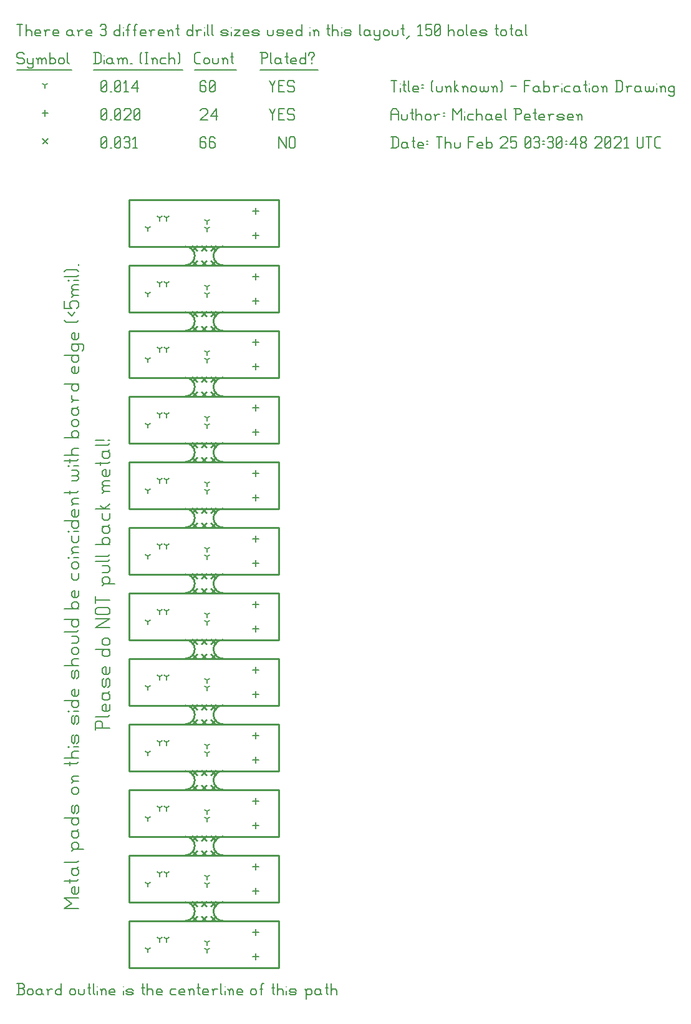
<source format=gbr>
G04 start of page 13 for group -3984 idx -3984 *
G04 Title: (unknown), fab *
G04 Creator: pcb 4.0.2 *
G04 CreationDate: Thu Feb 25 03:30:48 2021 UTC *
G04 For: petersen *
G04 Format: Gerber/RS-274X *
G04 PCB-Dimensions (mil): 1500.00 4200.00 *
G04 PCB-Coordinate-Origin: lower left *
%MOIN*%
%FSLAX25Y25*%
%LNFAB*%
%ADD42C,0.0094*%
%ADD41C,0.0075*%
%ADD40C,0.0100*%
%ADD39C,0.0075*%
%ADD38C,0.0060*%
%ADD37C,0.0001*%
G54D37*G36*
X98800Y390766D02*X101766Y387800D01*
X101200Y387234D01*
X98234Y390200D01*
X98800Y390766D01*
G37*
G36*
X98234Y387800D02*X101200Y390766D01*
X101766Y390200D01*
X98800Y387234D01*
X98234Y387800D01*
G37*
G36*
X93800Y390766D02*X96766Y387800D01*
X96200Y387234D01*
X93234Y390200D01*
X93800Y390766D01*
G37*
G36*
X93234Y387800D02*X96200Y390766D01*
X96766Y390200D01*
X93800Y387234D01*
X93234Y387800D01*
G37*
G36*
X103800Y390766D02*X106766Y387800D01*
X106200Y387234D01*
X103234Y390200D01*
X103800Y390766D01*
G37*
G36*
X103234Y387800D02*X106200Y390766D01*
X106766Y390200D01*
X103800Y387234D01*
X103234Y387800D01*
G37*
G36*
X98800Y382766D02*X101766Y379800D01*
X101200Y379234D01*
X98234Y382200D01*
X98800Y382766D01*
G37*
G36*
X98234Y379800D02*X101200Y382766D01*
X101766Y382200D01*
X98800Y379234D01*
X98234Y379800D01*
G37*
G36*
X93800Y382766D02*X96766Y379800D01*
X96200Y379234D01*
X93234Y382200D01*
X93800Y382766D01*
G37*
G36*
X93234Y379800D02*X96200Y382766D01*
X96766Y382200D01*
X93800Y379234D01*
X93234Y379800D01*
G37*
G36*
X103800Y382766D02*X106766Y379800D01*
X106200Y379234D01*
X103234Y382200D01*
X103800Y382766D01*
G37*
G36*
X103234Y379800D02*X106200Y382766D01*
X106766Y382200D01*
X103800Y379234D01*
X103234Y379800D01*
G37*
G36*
X98800Y355766D02*X101766Y352800D01*
X101200Y352234D01*
X98234Y355200D01*
X98800Y355766D01*
G37*
G36*
X98234Y352800D02*X101200Y355766D01*
X101766Y355200D01*
X98800Y352234D01*
X98234Y352800D01*
G37*
G36*
X93800Y355766D02*X96766Y352800D01*
X96200Y352234D01*
X93234Y355200D01*
X93800Y355766D01*
G37*
G36*
X93234Y352800D02*X96200Y355766D01*
X96766Y355200D01*
X93800Y352234D01*
X93234Y352800D01*
G37*
G36*
X103800Y355766D02*X106766Y352800D01*
X106200Y352234D01*
X103234Y355200D01*
X103800Y355766D01*
G37*
G36*
X103234Y352800D02*X106200Y355766D01*
X106766Y355200D01*
X103800Y352234D01*
X103234Y352800D01*
G37*
G36*
X98800Y347766D02*X101766Y344800D01*
X101200Y344234D01*
X98234Y347200D01*
X98800Y347766D01*
G37*
G36*
X98234Y344800D02*X101200Y347766D01*
X101766Y347200D01*
X98800Y344234D01*
X98234Y344800D01*
G37*
G36*
X93800Y347766D02*X96766Y344800D01*
X96200Y344234D01*
X93234Y347200D01*
X93800Y347766D01*
G37*
G36*
X93234Y344800D02*X96200Y347766D01*
X96766Y347200D01*
X93800Y344234D01*
X93234Y344800D01*
G37*
G36*
X103800Y347766D02*X106766Y344800D01*
X106200Y344234D01*
X103234Y347200D01*
X103800Y347766D01*
G37*
G36*
X103234Y344800D02*X106200Y347766D01*
X106766Y347200D01*
X103800Y344234D01*
X103234Y344800D01*
G37*
G36*
X98800Y320766D02*X101766Y317800D01*
X101200Y317234D01*
X98234Y320200D01*
X98800Y320766D01*
G37*
G36*
X98234Y317800D02*X101200Y320766D01*
X101766Y320200D01*
X98800Y317234D01*
X98234Y317800D01*
G37*
G36*
X93800Y320766D02*X96766Y317800D01*
X96200Y317234D01*
X93234Y320200D01*
X93800Y320766D01*
G37*
G36*
X93234Y317800D02*X96200Y320766D01*
X96766Y320200D01*
X93800Y317234D01*
X93234Y317800D01*
G37*
G36*
X103800Y320766D02*X106766Y317800D01*
X106200Y317234D01*
X103234Y320200D01*
X103800Y320766D01*
G37*
G36*
X103234Y317800D02*X106200Y320766D01*
X106766Y320200D01*
X103800Y317234D01*
X103234Y317800D01*
G37*
G36*
X98800Y312766D02*X101766Y309800D01*
X101200Y309234D01*
X98234Y312200D01*
X98800Y312766D01*
G37*
G36*
X98234Y309800D02*X101200Y312766D01*
X101766Y312200D01*
X98800Y309234D01*
X98234Y309800D01*
G37*
G36*
X93800Y312766D02*X96766Y309800D01*
X96200Y309234D01*
X93234Y312200D01*
X93800Y312766D01*
G37*
G36*
X93234Y309800D02*X96200Y312766D01*
X96766Y312200D01*
X93800Y309234D01*
X93234Y309800D01*
G37*
G36*
X103800Y312766D02*X106766Y309800D01*
X106200Y309234D01*
X103234Y312200D01*
X103800Y312766D01*
G37*
G36*
X103234Y309800D02*X106200Y312766D01*
X106766Y312200D01*
X103800Y309234D01*
X103234Y309800D01*
G37*
G36*
X98800Y285766D02*X101766Y282800D01*
X101200Y282234D01*
X98234Y285200D01*
X98800Y285766D01*
G37*
G36*
X98234Y282800D02*X101200Y285766D01*
X101766Y285200D01*
X98800Y282234D01*
X98234Y282800D01*
G37*
G36*
X93800Y285766D02*X96766Y282800D01*
X96200Y282234D01*
X93234Y285200D01*
X93800Y285766D01*
G37*
G36*
X93234Y282800D02*X96200Y285766D01*
X96766Y285200D01*
X93800Y282234D01*
X93234Y282800D01*
G37*
G36*
X103800Y285766D02*X106766Y282800D01*
X106200Y282234D01*
X103234Y285200D01*
X103800Y285766D01*
G37*
G36*
X103234Y282800D02*X106200Y285766D01*
X106766Y285200D01*
X103800Y282234D01*
X103234Y282800D01*
G37*
G36*
X98800Y277766D02*X101766Y274800D01*
X101200Y274234D01*
X98234Y277200D01*
X98800Y277766D01*
G37*
G36*
X98234Y274800D02*X101200Y277766D01*
X101766Y277200D01*
X98800Y274234D01*
X98234Y274800D01*
G37*
G36*
X93800Y277766D02*X96766Y274800D01*
X96200Y274234D01*
X93234Y277200D01*
X93800Y277766D01*
G37*
G36*
X93234Y274800D02*X96200Y277766D01*
X96766Y277200D01*
X93800Y274234D01*
X93234Y274800D01*
G37*
G36*
X103800Y277766D02*X106766Y274800D01*
X106200Y274234D01*
X103234Y277200D01*
X103800Y277766D01*
G37*
G36*
X103234Y274800D02*X106200Y277766D01*
X106766Y277200D01*
X103800Y274234D01*
X103234Y274800D01*
G37*
G36*
X98800Y250766D02*X101766Y247800D01*
X101200Y247234D01*
X98234Y250200D01*
X98800Y250766D01*
G37*
G36*
X98234Y247800D02*X101200Y250766D01*
X101766Y250200D01*
X98800Y247234D01*
X98234Y247800D01*
G37*
G36*
X93800Y250766D02*X96766Y247800D01*
X96200Y247234D01*
X93234Y250200D01*
X93800Y250766D01*
G37*
G36*
X93234Y247800D02*X96200Y250766D01*
X96766Y250200D01*
X93800Y247234D01*
X93234Y247800D01*
G37*
G36*
X103800Y250766D02*X106766Y247800D01*
X106200Y247234D01*
X103234Y250200D01*
X103800Y250766D01*
G37*
G36*
X103234Y247800D02*X106200Y250766D01*
X106766Y250200D01*
X103800Y247234D01*
X103234Y247800D01*
G37*
G36*
X98800Y242766D02*X101766Y239800D01*
X101200Y239234D01*
X98234Y242200D01*
X98800Y242766D01*
G37*
G36*
X98234Y239800D02*X101200Y242766D01*
X101766Y242200D01*
X98800Y239234D01*
X98234Y239800D01*
G37*
G36*
X93800Y242766D02*X96766Y239800D01*
X96200Y239234D01*
X93234Y242200D01*
X93800Y242766D01*
G37*
G36*
X93234Y239800D02*X96200Y242766D01*
X96766Y242200D01*
X93800Y239234D01*
X93234Y239800D01*
G37*
G36*
X103800Y242766D02*X106766Y239800D01*
X106200Y239234D01*
X103234Y242200D01*
X103800Y242766D01*
G37*
G36*
X103234Y239800D02*X106200Y242766D01*
X106766Y242200D01*
X103800Y239234D01*
X103234Y239800D01*
G37*
G36*
X98800Y215766D02*X101766Y212800D01*
X101200Y212234D01*
X98234Y215200D01*
X98800Y215766D01*
G37*
G36*
X98234Y212800D02*X101200Y215766D01*
X101766Y215200D01*
X98800Y212234D01*
X98234Y212800D01*
G37*
G36*
X93800Y215766D02*X96766Y212800D01*
X96200Y212234D01*
X93234Y215200D01*
X93800Y215766D01*
G37*
G36*
X93234Y212800D02*X96200Y215766D01*
X96766Y215200D01*
X93800Y212234D01*
X93234Y212800D01*
G37*
G36*
X103800Y215766D02*X106766Y212800D01*
X106200Y212234D01*
X103234Y215200D01*
X103800Y215766D01*
G37*
G36*
X103234Y212800D02*X106200Y215766D01*
X106766Y215200D01*
X103800Y212234D01*
X103234Y212800D01*
G37*
G36*
X98800Y207766D02*X101766Y204800D01*
X101200Y204234D01*
X98234Y207200D01*
X98800Y207766D01*
G37*
G36*
X98234Y204800D02*X101200Y207766D01*
X101766Y207200D01*
X98800Y204234D01*
X98234Y204800D01*
G37*
G36*
X93800Y207766D02*X96766Y204800D01*
X96200Y204234D01*
X93234Y207200D01*
X93800Y207766D01*
G37*
G36*
X93234Y204800D02*X96200Y207766D01*
X96766Y207200D01*
X93800Y204234D01*
X93234Y204800D01*
G37*
G36*
X103800Y207766D02*X106766Y204800D01*
X106200Y204234D01*
X103234Y207200D01*
X103800Y207766D01*
G37*
G36*
X103234Y204800D02*X106200Y207766D01*
X106766Y207200D01*
X103800Y204234D01*
X103234Y204800D01*
G37*
G36*
X98800Y180766D02*X101766Y177800D01*
X101200Y177234D01*
X98234Y180200D01*
X98800Y180766D01*
G37*
G36*
X98234Y177800D02*X101200Y180766D01*
X101766Y180200D01*
X98800Y177234D01*
X98234Y177800D01*
G37*
G36*
X93800Y180766D02*X96766Y177800D01*
X96200Y177234D01*
X93234Y180200D01*
X93800Y180766D01*
G37*
G36*
X93234Y177800D02*X96200Y180766D01*
X96766Y180200D01*
X93800Y177234D01*
X93234Y177800D01*
G37*
G36*
X103800Y180766D02*X106766Y177800D01*
X106200Y177234D01*
X103234Y180200D01*
X103800Y180766D01*
G37*
G36*
X103234Y177800D02*X106200Y180766D01*
X106766Y180200D01*
X103800Y177234D01*
X103234Y177800D01*
G37*
G36*
X98800Y172766D02*X101766Y169800D01*
X101200Y169234D01*
X98234Y172200D01*
X98800Y172766D01*
G37*
G36*
X98234Y169800D02*X101200Y172766D01*
X101766Y172200D01*
X98800Y169234D01*
X98234Y169800D01*
G37*
G36*
X93800Y172766D02*X96766Y169800D01*
X96200Y169234D01*
X93234Y172200D01*
X93800Y172766D01*
G37*
G36*
X93234Y169800D02*X96200Y172766D01*
X96766Y172200D01*
X93800Y169234D01*
X93234Y169800D01*
G37*
G36*
X103800Y172766D02*X106766Y169800D01*
X106200Y169234D01*
X103234Y172200D01*
X103800Y172766D01*
G37*
G36*
X103234Y169800D02*X106200Y172766D01*
X106766Y172200D01*
X103800Y169234D01*
X103234Y169800D01*
G37*
G36*
X98800Y145766D02*X101766Y142800D01*
X101200Y142234D01*
X98234Y145200D01*
X98800Y145766D01*
G37*
G36*
X98234Y142800D02*X101200Y145766D01*
X101766Y145200D01*
X98800Y142234D01*
X98234Y142800D01*
G37*
G36*
X93800Y145766D02*X96766Y142800D01*
X96200Y142234D01*
X93234Y145200D01*
X93800Y145766D01*
G37*
G36*
X93234Y142800D02*X96200Y145766D01*
X96766Y145200D01*
X93800Y142234D01*
X93234Y142800D01*
G37*
G36*
X103800Y145766D02*X106766Y142800D01*
X106200Y142234D01*
X103234Y145200D01*
X103800Y145766D01*
G37*
G36*
X103234Y142800D02*X106200Y145766D01*
X106766Y145200D01*
X103800Y142234D01*
X103234Y142800D01*
G37*
G36*
X98800Y137766D02*X101766Y134800D01*
X101200Y134234D01*
X98234Y137200D01*
X98800Y137766D01*
G37*
G36*
X98234Y134800D02*X101200Y137766D01*
X101766Y137200D01*
X98800Y134234D01*
X98234Y134800D01*
G37*
G36*
X93800Y137766D02*X96766Y134800D01*
X96200Y134234D01*
X93234Y137200D01*
X93800Y137766D01*
G37*
G36*
X93234Y134800D02*X96200Y137766D01*
X96766Y137200D01*
X93800Y134234D01*
X93234Y134800D01*
G37*
G36*
X103800Y137766D02*X106766Y134800D01*
X106200Y134234D01*
X103234Y137200D01*
X103800Y137766D01*
G37*
G36*
X103234Y134800D02*X106200Y137766D01*
X106766Y137200D01*
X103800Y134234D01*
X103234Y134800D01*
G37*
G36*
X98800Y110766D02*X101766Y107800D01*
X101200Y107234D01*
X98234Y110200D01*
X98800Y110766D01*
G37*
G36*
X98234Y107800D02*X101200Y110766D01*
X101766Y110200D01*
X98800Y107234D01*
X98234Y107800D01*
G37*
G36*
X93800Y110766D02*X96766Y107800D01*
X96200Y107234D01*
X93234Y110200D01*
X93800Y110766D01*
G37*
G36*
X93234Y107800D02*X96200Y110766D01*
X96766Y110200D01*
X93800Y107234D01*
X93234Y107800D01*
G37*
G36*
X103800Y110766D02*X106766Y107800D01*
X106200Y107234D01*
X103234Y110200D01*
X103800Y110766D01*
G37*
G36*
X103234Y107800D02*X106200Y110766D01*
X106766Y110200D01*
X103800Y107234D01*
X103234Y107800D01*
G37*
G36*
X98800Y102766D02*X101766Y99800D01*
X101200Y99234D01*
X98234Y102200D01*
X98800Y102766D01*
G37*
G36*
X98234Y99800D02*X101200Y102766D01*
X101766Y102200D01*
X98800Y99234D01*
X98234Y99800D01*
G37*
G36*
X93800Y102766D02*X96766Y99800D01*
X96200Y99234D01*
X93234Y102200D01*
X93800Y102766D01*
G37*
G36*
X93234Y99800D02*X96200Y102766D01*
X96766Y102200D01*
X93800Y99234D01*
X93234Y99800D01*
G37*
G36*
X103800Y102766D02*X106766Y99800D01*
X106200Y99234D01*
X103234Y102200D01*
X103800Y102766D01*
G37*
G36*
X103234Y99800D02*X106200Y102766D01*
X106766Y102200D01*
X103800Y99234D01*
X103234Y99800D01*
G37*
G36*
X98800Y75766D02*X101766Y72800D01*
X101200Y72234D01*
X98234Y75200D01*
X98800Y75766D01*
G37*
G36*
X98234Y72800D02*X101200Y75766D01*
X101766Y75200D01*
X98800Y72234D01*
X98234Y72800D01*
G37*
G36*
X93800Y75766D02*X96766Y72800D01*
X96200Y72234D01*
X93234Y75200D01*
X93800Y75766D01*
G37*
G36*
X93234Y72800D02*X96200Y75766D01*
X96766Y75200D01*
X93800Y72234D01*
X93234Y72800D01*
G37*
G36*
X103800Y75766D02*X106766Y72800D01*
X106200Y72234D01*
X103234Y75200D01*
X103800Y75766D01*
G37*
G36*
X103234Y72800D02*X106200Y75766D01*
X106766Y75200D01*
X103800Y72234D01*
X103234Y72800D01*
G37*
G36*
X98800Y67766D02*X101766Y64800D01*
X101200Y64234D01*
X98234Y67200D01*
X98800Y67766D01*
G37*
G36*
X98234Y64800D02*X101200Y67766D01*
X101766Y67200D01*
X98800Y64234D01*
X98234Y64800D01*
G37*
G36*
X93800Y67766D02*X96766Y64800D01*
X96200Y64234D01*
X93234Y67200D01*
X93800Y67766D01*
G37*
G36*
X93234Y64800D02*X96200Y67766D01*
X96766Y67200D01*
X93800Y64234D01*
X93234Y64800D01*
G37*
G36*
X103800Y67766D02*X106766Y64800D01*
X106200Y64234D01*
X103234Y67200D01*
X103800Y67766D01*
G37*
G36*
X103234Y64800D02*X106200Y67766D01*
X106766Y67200D01*
X103800Y64234D01*
X103234Y64800D01*
G37*
G36*
X98800Y40766D02*X101766Y37800D01*
X101200Y37234D01*
X98234Y40200D01*
X98800Y40766D01*
G37*
G36*
X98234Y37800D02*X101200Y40766D01*
X101766Y40200D01*
X98800Y37234D01*
X98234Y37800D01*
G37*
G36*
X93800Y40766D02*X96766Y37800D01*
X96200Y37234D01*
X93234Y40200D01*
X93800Y40766D01*
G37*
G36*
X93234Y37800D02*X96200Y40766D01*
X96766Y40200D01*
X93800Y37234D01*
X93234Y37800D01*
G37*
G36*
X103800Y40766D02*X106766Y37800D01*
X106200Y37234D01*
X103234Y40200D01*
X103800Y40766D01*
G37*
G36*
X103234Y37800D02*X106200Y40766D01*
X106766Y40200D01*
X103800Y37234D01*
X103234Y37800D01*
G37*
G36*
X98800Y32766D02*X101766Y29800D01*
X101200Y29234D01*
X98234Y32200D01*
X98800Y32766D01*
G37*
G36*
X98234Y29800D02*X101200Y32766D01*
X101766Y32200D01*
X98800Y29234D01*
X98234Y29800D01*
G37*
G36*
X93800Y32766D02*X96766Y29800D01*
X96200Y29234D01*
X93234Y32200D01*
X93800Y32766D01*
G37*
G36*
X93234Y29800D02*X96200Y32766D01*
X96766Y32200D01*
X93800Y29234D01*
X93234Y29800D01*
G37*
G36*
X103800Y32766D02*X106766Y29800D01*
X106200Y29234D01*
X103234Y32200D01*
X103800Y32766D01*
G37*
G36*
X103234Y29800D02*X106200Y32766D01*
X106766Y32200D01*
X103800Y29234D01*
X103234Y29800D01*
G37*
G36*
X13800Y448016D02*X16766Y445050D01*
X16200Y444484D01*
X13234Y447450D01*
X13800Y448016D01*
G37*
G36*
X13234Y445050D02*X16200Y448016D01*
X16766Y447450D01*
X13800Y444484D01*
X13234Y445050D01*
G37*
G54D38*X140000Y448500D02*Y442500D01*
Y448500D02*X143750Y442500D01*
Y448500D02*Y442500D01*
X145550Y447750D02*Y443250D01*
Y447750D02*X146300Y448500D01*
X147800D01*
X148550Y447750D01*
Y443250D01*
X147800Y442500D02*X148550Y443250D01*
X146300Y442500D02*X147800D01*
X145550Y443250D02*X146300Y442500D01*
X100250Y448500D02*X101000Y447750D01*
X98750Y448500D02*X100250D01*
X98000Y447750D02*X98750Y448500D01*
X98000Y447750D02*Y443250D01*
X98750Y442500D01*
X100250Y445800D02*X101000Y445050D01*
X98000Y445800D02*X100250D01*
X98750Y442500D02*X100250D01*
X101000Y443250D01*
Y445050D02*Y443250D01*
X105050Y448500D02*X105800Y447750D01*
X103550Y448500D02*X105050D01*
X102800Y447750D02*X103550Y448500D01*
X102800Y447750D02*Y443250D01*
X103550Y442500D01*
X105050Y445800D02*X105800Y445050D01*
X102800Y445800D02*X105050D01*
X103550Y442500D02*X105050D01*
X105800Y443250D01*
Y445050D02*Y443250D01*
X45000D02*X45750Y442500D01*
X45000Y447750D02*Y443250D01*
Y447750D02*X45750Y448500D01*
X47250D01*
X48000Y447750D01*
Y443250D01*
X47250Y442500D02*X48000Y443250D01*
X45750Y442500D02*X47250D01*
X45000Y444000D02*X48000Y447000D01*
X49800Y442500D02*X50550D01*
X52350Y443250D02*X53100Y442500D01*
X52350Y447750D02*Y443250D01*
Y447750D02*X53100Y448500D01*
X54600D01*
X55350Y447750D01*
Y443250D01*
X54600Y442500D02*X55350Y443250D01*
X53100Y442500D02*X54600D01*
X52350Y444000D02*X55350Y447000D01*
X57150Y447750D02*X57900Y448500D01*
X59400D01*
X60150Y447750D01*
X59400Y442500D02*X60150Y443250D01*
X57900Y442500D02*X59400D01*
X57150Y443250D02*X57900Y442500D01*
Y445800D02*X59400D01*
X60150Y447750D02*Y446550D01*
Y445050D02*Y443250D01*
Y445050D02*X59400Y445800D01*
X60150Y446550D02*X59400Y445800D01*
X61950Y447300D02*X63150Y448500D01*
Y442500D01*
X61950D02*X64200D01*
X127500Y410600D02*Y407400D01*
X125900Y409000D02*X129100D01*
X127500Y397600D02*Y394400D01*
X125900Y396000D02*X129100D01*
X127500Y375600D02*Y372400D01*
X125900Y374000D02*X129100D01*
X127500Y362600D02*Y359400D01*
X125900Y361000D02*X129100D01*
X127500Y340600D02*Y337400D01*
X125900Y339000D02*X129100D01*
X127500Y327600D02*Y324400D01*
X125900Y326000D02*X129100D01*
X127500Y305600D02*Y302400D01*
X125900Y304000D02*X129100D01*
X127500Y292600D02*Y289400D01*
X125900Y291000D02*X129100D01*
X127500Y270600D02*Y267400D01*
X125900Y269000D02*X129100D01*
X127500Y257600D02*Y254400D01*
X125900Y256000D02*X129100D01*
X127500Y235600D02*Y232400D01*
X125900Y234000D02*X129100D01*
X127500Y222600D02*Y219400D01*
X125900Y221000D02*X129100D01*
X127500Y200600D02*Y197400D01*
X125900Y199000D02*X129100D01*
X127500Y187600D02*Y184400D01*
X125900Y186000D02*X129100D01*
X127500Y165600D02*Y162400D01*
X125900Y164000D02*X129100D01*
X127500Y152600D02*Y149400D01*
X125900Y151000D02*X129100D01*
X127500Y130600D02*Y127400D01*
X125900Y129000D02*X129100D01*
X127500Y117600D02*Y114400D01*
X125900Y116000D02*X129100D01*
X127500Y95600D02*Y92400D01*
X125900Y94000D02*X129100D01*
X127500Y82600D02*Y79400D01*
X125900Y81000D02*X129100D01*
X127500Y60600D02*Y57400D01*
X125900Y59000D02*X129100D01*
X127500Y47600D02*Y44400D01*
X125900Y46000D02*X129100D01*
X127500Y25600D02*Y22400D01*
X125900Y24000D02*X129100D01*
X127500Y12600D02*Y9400D01*
X125900Y11000D02*X129100D01*
X15000Y462850D02*Y459650D01*
X13400Y461250D02*X16600D01*
X135000Y463500D02*X136500Y460500D01*
X138000Y463500D01*
X136500Y460500D02*Y457500D01*
X139800Y460800D02*X142050D01*
X139800Y457500D02*X142800D01*
X139800Y463500D02*Y457500D01*
Y463500D02*X142800D01*
X147600D02*X148350Y462750D01*
X145350Y463500D02*X147600D01*
X144600Y462750D02*X145350Y463500D01*
X144600Y462750D02*Y461250D01*
X145350Y460500D01*
X147600D01*
X148350Y459750D01*
Y458250D01*
X147600Y457500D02*X148350Y458250D01*
X145350Y457500D02*X147600D01*
X144600Y458250D02*X145350Y457500D01*
X98000Y462750D02*X98750Y463500D01*
X101000D01*
X101750Y462750D01*
Y461250D01*
X98000Y457500D02*X101750Y461250D01*
X98000Y457500D02*X101750D01*
X103550Y459750D02*X106550Y463500D01*
X103550Y459750D02*X107300D01*
X106550Y463500D02*Y457500D01*
X45000Y458250D02*X45750Y457500D01*
X45000Y462750D02*Y458250D01*
Y462750D02*X45750Y463500D01*
X47250D01*
X48000Y462750D01*
Y458250D01*
X47250Y457500D02*X48000Y458250D01*
X45750Y457500D02*X47250D01*
X45000Y459000D02*X48000Y462000D01*
X49800Y457500D02*X50550D01*
X52350Y458250D02*X53100Y457500D01*
X52350Y462750D02*Y458250D01*
Y462750D02*X53100Y463500D01*
X54600D01*
X55350Y462750D01*
Y458250D01*
X54600Y457500D02*X55350Y458250D01*
X53100Y457500D02*X54600D01*
X52350Y459000D02*X55350Y462000D01*
X57150Y462750D02*X57900Y463500D01*
X60150D01*
X60900Y462750D01*
Y461250D01*
X57150Y457500D02*X60900Y461250D01*
X57150Y457500D02*X60900D01*
X62700Y458250D02*X63450Y457500D01*
X62700Y462750D02*Y458250D01*
Y462750D02*X63450Y463500D01*
X64950D01*
X65700Y462750D01*
Y458250D01*
X64950Y457500D02*X65700Y458250D01*
X63450Y457500D02*X64950D01*
X62700Y459000D02*X65700Y462000D01*
X101500Y403500D02*Y401900D01*
Y403500D02*X102887Y404300D01*
X101500Y403500D02*X100113Y404300D01*
X101500Y399500D02*Y397900D01*
Y399500D02*X102887Y400300D01*
X101500Y399500D02*X100113Y400300D01*
X79900Y405300D02*Y403700D01*
Y405300D02*X81287Y406100D01*
X79900Y405300D02*X78513Y406100D01*
X69800Y399700D02*Y398100D01*
Y399700D02*X71187Y400500D01*
X69800Y399700D02*X68413Y400500D01*
X76200Y405300D02*Y403700D01*
Y405300D02*X77587Y406100D01*
X76200Y405300D02*X74813Y406100D01*
X101500Y368500D02*Y366900D01*
Y368500D02*X102887Y369300D01*
X101500Y368500D02*X100113Y369300D01*
X101500Y364500D02*Y362900D01*
Y364500D02*X102887Y365300D01*
X101500Y364500D02*X100113Y365300D01*
X79900Y370300D02*Y368700D01*
Y370300D02*X81287Y371100D01*
X79900Y370300D02*X78513Y371100D01*
X69800Y364700D02*Y363100D01*
Y364700D02*X71187Y365500D01*
X69800Y364700D02*X68413Y365500D01*
X76200Y370300D02*Y368700D01*
Y370300D02*X77587Y371100D01*
X76200Y370300D02*X74813Y371100D01*
X101500Y333500D02*Y331900D01*
Y333500D02*X102887Y334300D01*
X101500Y333500D02*X100113Y334300D01*
X101500Y329500D02*Y327900D01*
Y329500D02*X102887Y330300D01*
X101500Y329500D02*X100113Y330300D01*
X79900Y335300D02*Y333700D01*
Y335300D02*X81287Y336100D01*
X79900Y335300D02*X78513Y336100D01*
X69800Y329700D02*Y328100D01*
Y329700D02*X71187Y330500D01*
X69800Y329700D02*X68413Y330500D01*
X76200Y335300D02*Y333700D01*
Y335300D02*X77587Y336100D01*
X76200Y335300D02*X74813Y336100D01*
X101500Y298500D02*Y296900D01*
Y298500D02*X102887Y299300D01*
X101500Y298500D02*X100113Y299300D01*
X101500Y294500D02*Y292900D01*
Y294500D02*X102887Y295300D01*
X101500Y294500D02*X100113Y295300D01*
X79900Y300300D02*Y298700D01*
Y300300D02*X81287Y301100D01*
X79900Y300300D02*X78513Y301100D01*
X69800Y294700D02*Y293100D01*
Y294700D02*X71187Y295500D01*
X69800Y294700D02*X68413Y295500D01*
X76200Y300300D02*Y298700D01*
Y300300D02*X77587Y301100D01*
X76200Y300300D02*X74813Y301100D01*
X101500Y263500D02*Y261900D01*
Y263500D02*X102887Y264300D01*
X101500Y263500D02*X100113Y264300D01*
X101500Y259500D02*Y257900D01*
Y259500D02*X102887Y260300D01*
X101500Y259500D02*X100113Y260300D01*
X79900Y265300D02*Y263700D01*
Y265300D02*X81287Y266100D01*
X79900Y265300D02*X78513Y266100D01*
X69800Y259700D02*Y258100D01*
Y259700D02*X71187Y260500D01*
X69800Y259700D02*X68413Y260500D01*
X76200Y265300D02*Y263700D01*
Y265300D02*X77587Y266100D01*
X76200Y265300D02*X74813Y266100D01*
X101500Y228500D02*Y226900D01*
Y228500D02*X102887Y229300D01*
X101500Y228500D02*X100113Y229300D01*
X101500Y224500D02*Y222900D01*
Y224500D02*X102887Y225300D01*
X101500Y224500D02*X100113Y225300D01*
X79900Y230300D02*Y228700D01*
Y230300D02*X81287Y231100D01*
X79900Y230300D02*X78513Y231100D01*
X69800Y224700D02*Y223100D01*
Y224700D02*X71187Y225500D01*
X69800Y224700D02*X68413Y225500D01*
X76200Y230300D02*Y228700D01*
Y230300D02*X77587Y231100D01*
X76200Y230300D02*X74813Y231100D01*
X101500Y193500D02*Y191900D01*
Y193500D02*X102887Y194300D01*
X101500Y193500D02*X100113Y194300D01*
X101500Y189500D02*Y187900D01*
Y189500D02*X102887Y190300D01*
X101500Y189500D02*X100113Y190300D01*
X79900Y195300D02*Y193700D01*
Y195300D02*X81287Y196100D01*
X79900Y195300D02*X78513Y196100D01*
X69800Y189700D02*Y188100D01*
Y189700D02*X71187Y190500D01*
X69800Y189700D02*X68413Y190500D01*
X76200Y195300D02*Y193700D01*
Y195300D02*X77587Y196100D01*
X76200Y195300D02*X74813Y196100D01*
X101500Y158500D02*Y156900D01*
Y158500D02*X102887Y159300D01*
X101500Y158500D02*X100113Y159300D01*
X101500Y154500D02*Y152900D01*
Y154500D02*X102887Y155300D01*
X101500Y154500D02*X100113Y155300D01*
X79900Y160300D02*Y158700D01*
Y160300D02*X81287Y161100D01*
X79900Y160300D02*X78513Y161100D01*
X69800Y154700D02*Y153100D01*
Y154700D02*X71187Y155500D01*
X69800Y154700D02*X68413Y155500D01*
X76200Y160300D02*Y158700D01*
Y160300D02*X77587Y161100D01*
X76200Y160300D02*X74813Y161100D01*
X101500Y123500D02*Y121900D01*
Y123500D02*X102887Y124300D01*
X101500Y123500D02*X100113Y124300D01*
X101500Y119500D02*Y117900D01*
Y119500D02*X102887Y120300D01*
X101500Y119500D02*X100113Y120300D01*
X79900Y125300D02*Y123700D01*
Y125300D02*X81287Y126100D01*
X79900Y125300D02*X78513Y126100D01*
X69800Y119700D02*Y118100D01*
Y119700D02*X71187Y120500D01*
X69800Y119700D02*X68413Y120500D01*
X76200Y125300D02*Y123700D01*
Y125300D02*X77587Y126100D01*
X76200Y125300D02*X74813Y126100D01*
X101500Y88500D02*Y86900D01*
Y88500D02*X102887Y89300D01*
X101500Y88500D02*X100113Y89300D01*
X101500Y84500D02*Y82900D01*
Y84500D02*X102887Y85300D01*
X101500Y84500D02*X100113Y85300D01*
X79900Y90300D02*Y88700D01*
Y90300D02*X81287Y91100D01*
X79900Y90300D02*X78513Y91100D01*
X69800Y84700D02*Y83100D01*
Y84700D02*X71187Y85500D01*
X69800Y84700D02*X68413Y85500D01*
X76200Y90300D02*Y88700D01*
Y90300D02*X77587Y91100D01*
X76200Y90300D02*X74813Y91100D01*
X101500Y53500D02*Y51900D01*
Y53500D02*X102887Y54300D01*
X101500Y53500D02*X100113Y54300D01*
X101500Y49500D02*Y47900D01*
Y49500D02*X102887Y50300D01*
X101500Y49500D02*X100113Y50300D01*
X79900Y55300D02*Y53700D01*
Y55300D02*X81287Y56100D01*
X79900Y55300D02*X78513Y56100D01*
X69800Y49700D02*Y48100D01*
Y49700D02*X71187Y50500D01*
X69800Y49700D02*X68413Y50500D01*
X76200Y55300D02*Y53700D01*
Y55300D02*X77587Y56100D01*
X76200Y55300D02*X74813Y56100D01*
X101500Y18500D02*Y16900D01*
Y18500D02*X102887Y19300D01*
X101500Y18500D02*X100113Y19300D01*
X101500Y14500D02*Y12900D01*
Y14500D02*X102887Y15300D01*
X101500Y14500D02*X100113Y15300D01*
X79900Y20300D02*Y18700D01*
Y20300D02*X81287Y21100D01*
X79900Y20300D02*X78513Y21100D01*
X69800Y14700D02*Y13100D01*
Y14700D02*X71187Y15500D01*
X69800Y14700D02*X68413Y15500D01*
X76200Y20300D02*Y18700D01*
Y20300D02*X77587Y21100D01*
X76200Y20300D02*X74813Y21100D01*
X15000Y476250D02*Y474650D01*
Y476250D02*X16387Y477050D01*
X15000Y476250D02*X13613Y477050D01*
X135000Y478500D02*X136500Y475500D01*
X138000Y478500D01*
X136500Y475500D02*Y472500D01*
X139800Y475800D02*X142050D01*
X139800Y472500D02*X142800D01*
X139800Y478500D02*Y472500D01*
Y478500D02*X142800D01*
X147600D02*X148350Y477750D01*
X145350Y478500D02*X147600D01*
X144600Y477750D02*X145350Y478500D01*
X144600Y477750D02*Y476250D01*
X145350Y475500D01*
X147600D01*
X148350Y474750D01*
Y473250D01*
X147600Y472500D02*X148350Y473250D01*
X145350Y472500D02*X147600D01*
X144600Y473250D02*X145350Y472500D01*
X100250Y478500D02*X101000Y477750D01*
X98750Y478500D02*X100250D01*
X98000Y477750D02*X98750Y478500D01*
X98000Y477750D02*Y473250D01*
X98750Y472500D01*
X100250Y475800D02*X101000Y475050D01*
X98000Y475800D02*X100250D01*
X98750Y472500D02*X100250D01*
X101000Y473250D01*
Y475050D02*Y473250D01*
X102800D02*X103550Y472500D01*
X102800Y477750D02*Y473250D01*
Y477750D02*X103550Y478500D01*
X105050D01*
X105800Y477750D01*
Y473250D01*
X105050Y472500D02*X105800Y473250D01*
X103550Y472500D02*X105050D01*
X102800Y474000D02*X105800Y477000D01*
X45000Y473250D02*X45750Y472500D01*
X45000Y477750D02*Y473250D01*
Y477750D02*X45750Y478500D01*
X47250D01*
X48000Y477750D01*
Y473250D01*
X47250Y472500D02*X48000Y473250D01*
X45750Y472500D02*X47250D01*
X45000Y474000D02*X48000Y477000D01*
X49800Y472500D02*X50550D01*
X52350Y473250D02*X53100Y472500D01*
X52350Y477750D02*Y473250D01*
Y477750D02*X53100Y478500D01*
X54600D01*
X55350Y477750D01*
Y473250D01*
X54600Y472500D02*X55350Y473250D01*
X53100Y472500D02*X54600D01*
X52350Y474000D02*X55350Y477000D01*
X57150Y477300D02*X58350Y478500D01*
Y472500D01*
X57150D02*X59400D01*
X61200Y474750D02*X64200Y478500D01*
X61200Y474750D02*X64950D01*
X64200Y478500D02*Y472500D01*
X3000Y493500D02*X3750Y492750D01*
X750Y493500D02*X3000D01*
X0Y492750D02*X750Y493500D01*
X0Y492750D02*Y491250D01*
X750Y490500D01*
X3000D01*
X3750Y489750D01*
Y488250D01*
X3000Y487500D02*X3750Y488250D01*
X750Y487500D02*X3000D01*
X0Y488250D02*X750Y487500D01*
X5550Y490500D02*Y488250D01*
X6300Y487500D01*
X8550Y490500D02*Y486000D01*
X7800Y485250D02*X8550Y486000D01*
X6300Y485250D02*X7800D01*
X5550Y486000D02*X6300Y485250D01*
Y487500D02*X7800D01*
X8550Y488250D01*
X11100Y489750D02*Y487500D01*
Y489750D02*X11850Y490500D01*
X12600D01*
X13350Y489750D01*
Y487500D01*
Y489750D02*X14100Y490500D01*
X14850D01*
X15600Y489750D01*
Y487500D01*
X10350Y490500D02*X11100Y489750D01*
X17400Y493500D02*Y487500D01*
Y488250D02*X18150Y487500D01*
X19650D01*
X20400Y488250D01*
Y489750D02*Y488250D01*
X19650Y490500D02*X20400Y489750D01*
X18150Y490500D02*X19650D01*
X17400Y489750D02*X18150Y490500D01*
X22200Y489750D02*Y488250D01*
Y489750D02*X22950Y490500D01*
X24450D01*
X25200Y489750D01*
Y488250D01*
X24450Y487500D02*X25200Y488250D01*
X22950Y487500D02*X24450D01*
X22200Y488250D02*X22950Y487500D01*
X27000Y493500D02*Y488250D01*
X27750Y487500D01*
X0Y484250D02*X29250D01*
X41750Y493500D02*Y487500D01*
X43700Y493500D02*X44750Y492450D01*
Y488550D01*
X43700Y487500D02*X44750Y488550D01*
X41000Y487500D02*X43700D01*
X41000Y493500D02*X43700D01*
G54D39*X46550Y492000D02*Y491850D01*
G54D38*Y489750D02*Y487500D01*
X50300Y490500D02*X51050Y489750D01*
X48800Y490500D02*X50300D01*
X48050Y489750D02*X48800Y490500D01*
X48050Y489750D02*Y488250D01*
X48800Y487500D01*
X51050Y490500D02*Y488250D01*
X51800Y487500D01*
X48800D02*X50300D01*
X51050Y488250D01*
X54350Y489750D02*Y487500D01*
Y489750D02*X55100Y490500D01*
X55850D01*
X56600Y489750D01*
Y487500D01*
Y489750D02*X57350Y490500D01*
X58100D01*
X58850Y489750D01*
Y487500D01*
X53600Y490500D02*X54350Y489750D01*
X60650Y487500D02*X61400D01*
X65900Y488250D02*X66650Y487500D01*
X65900Y492750D02*X66650Y493500D01*
X65900Y492750D02*Y488250D01*
X68450Y493500D02*X69950D01*
X69200D02*Y487500D01*
X68450D02*X69950D01*
X72500Y489750D02*Y487500D01*
Y489750D02*X73250Y490500D01*
X74000D01*
X74750Y489750D01*
Y487500D01*
X71750Y490500D02*X72500Y489750D01*
X77300Y490500D02*X79550D01*
X76550Y489750D02*X77300Y490500D01*
X76550Y489750D02*Y488250D01*
X77300Y487500D01*
X79550D01*
X81350Y493500D02*Y487500D01*
Y489750D02*X82100Y490500D01*
X83600D01*
X84350Y489750D01*
Y487500D01*
X86150Y493500D02*X86900Y492750D01*
Y488250D01*
X86150Y487500D02*X86900Y488250D01*
X41000Y484250D02*X88700D01*
X96050Y487500D02*X98000D01*
X95000Y488550D02*X96050Y487500D01*
X95000Y492450D02*Y488550D01*
Y492450D02*X96050Y493500D01*
X98000D01*
X99800Y489750D02*Y488250D01*
Y489750D02*X100550Y490500D01*
X102050D01*
X102800Y489750D01*
Y488250D01*
X102050Y487500D02*X102800Y488250D01*
X100550Y487500D02*X102050D01*
X99800Y488250D02*X100550Y487500D01*
X104600Y490500D02*Y488250D01*
X105350Y487500D01*
X106850D01*
X107600Y488250D01*
Y490500D02*Y488250D01*
X110150Y489750D02*Y487500D01*
Y489750D02*X110900Y490500D01*
X111650D01*
X112400Y489750D01*
Y487500D01*
X109400Y490500D02*X110150Y489750D01*
X114950Y493500D02*Y488250D01*
X115700Y487500D01*
X114200Y491250D02*X115700D01*
X95000Y484250D02*X117200D01*
X130750Y493500D02*Y487500D01*
X130000Y493500D02*X133000D01*
X133750Y492750D01*
Y491250D01*
X133000Y490500D02*X133750Y491250D01*
X130750Y490500D02*X133000D01*
X135550Y493500D02*Y488250D01*
X136300Y487500D01*
X140050Y490500D02*X140800Y489750D01*
X138550Y490500D02*X140050D01*
X137800Y489750D02*X138550Y490500D01*
X137800Y489750D02*Y488250D01*
X138550Y487500D01*
X140800Y490500D02*Y488250D01*
X141550Y487500D01*
X138550D02*X140050D01*
X140800Y488250D01*
X144100Y493500D02*Y488250D01*
X144850Y487500D01*
X143350Y491250D02*X144850D01*
X147100Y487500D02*X149350D01*
X146350Y488250D02*X147100Y487500D01*
X146350Y489750D02*Y488250D01*
Y489750D02*X147100Y490500D01*
X148600D01*
X149350Y489750D01*
X146350Y489000D02*X149350D01*
Y489750D02*Y489000D01*
X154150Y493500D02*Y487500D01*
X153400D02*X154150Y488250D01*
X151900Y487500D02*X153400D01*
X151150Y488250D02*X151900Y487500D01*
X151150Y489750D02*Y488250D01*
Y489750D02*X151900Y490500D01*
X153400D01*
X154150Y489750D01*
X157450Y490500D02*Y489750D01*
Y488250D02*Y487500D01*
X155950Y492750D02*Y492000D01*
Y492750D02*X156700Y493500D01*
X158200D01*
X158950Y492750D01*
Y492000D01*
X157450Y490500D02*X158950Y492000D01*
X130000Y484250D02*X160750D01*
X0Y508500D02*X3000D01*
X1500D02*Y502500D01*
X4800Y508500D02*Y502500D01*
Y504750D02*X5550Y505500D01*
X7050D01*
X7800Y504750D01*
Y502500D01*
X10350D02*X12600D01*
X9600Y503250D02*X10350Y502500D01*
X9600Y504750D02*Y503250D01*
Y504750D02*X10350Y505500D01*
X11850D01*
X12600Y504750D01*
X9600Y504000D02*X12600D01*
Y504750D02*Y504000D01*
X15150Y504750D02*Y502500D01*
Y504750D02*X15900Y505500D01*
X17400D01*
X14400D02*X15150Y504750D01*
X19950Y502500D02*X22200D01*
X19200Y503250D02*X19950Y502500D01*
X19200Y504750D02*Y503250D01*
Y504750D02*X19950Y505500D01*
X21450D01*
X22200Y504750D01*
X19200Y504000D02*X22200D01*
Y504750D02*Y504000D01*
X28950Y505500D02*X29700Y504750D01*
X27450Y505500D02*X28950D01*
X26700Y504750D02*X27450Y505500D01*
X26700Y504750D02*Y503250D01*
X27450Y502500D01*
X29700Y505500D02*Y503250D01*
X30450Y502500D01*
X27450D02*X28950D01*
X29700Y503250D01*
X33000Y504750D02*Y502500D01*
Y504750D02*X33750Y505500D01*
X35250D01*
X32250D02*X33000Y504750D01*
X37800Y502500D02*X40050D01*
X37050Y503250D02*X37800Y502500D01*
X37050Y504750D02*Y503250D01*
Y504750D02*X37800Y505500D01*
X39300D01*
X40050Y504750D01*
X37050Y504000D02*X40050D01*
Y504750D02*Y504000D01*
X44550Y507750D02*X45300Y508500D01*
X46800D01*
X47550Y507750D01*
X46800Y502500D02*X47550Y503250D01*
X45300Y502500D02*X46800D01*
X44550Y503250D02*X45300Y502500D01*
Y505800D02*X46800D01*
X47550Y507750D02*Y506550D01*
Y505050D02*Y503250D01*
Y505050D02*X46800Y505800D01*
X47550Y506550D02*X46800Y505800D01*
X55050Y508500D02*Y502500D01*
X54300D02*X55050Y503250D01*
X52800Y502500D02*X54300D01*
X52050Y503250D02*X52800Y502500D01*
X52050Y504750D02*Y503250D01*
Y504750D02*X52800Y505500D01*
X54300D01*
X55050Y504750D01*
G54D39*X56850Y507000D02*Y506850D01*
G54D38*Y504750D02*Y502500D01*
X59100Y507750D02*Y502500D01*
Y507750D02*X59850Y508500D01*
X60600D01*
X58350Y505500D02*X59850D01*
X62850Y507750D02*Y502500D01*
Y507750D02*X63600Y508500D01*
X64350D01*
X62100Y505500D02*X63600D01*
X66600Y502500D02*X68850D01*
X65850Y503250D02*X66600Y502500D01*
X65850Y504750D02*Y503250D01*
Y504750D02*X66600Y505500D01*
X68100D01*
X68850Y504750D01*
X65850Y504000D02*X68850D01*
Y504750D02*Y504000D01*
X71400Y504750D02*Y502500D01*
Y504750D02*X72150Y505500D01*
X73650D01*
X70650D02*X71400Y504750D01*
X76200Y502500D02*X78450D01*
X75450Y503250D02*X76200Y502500D01*
X75450Y504750D02*Y503250D01*
Y504750D02*X76200Y505500D01*
X77700D01*
X78450Y504750D01*
X75450Y504000D02*X78450D01*
Y504750D02*Y504000D01*
X81000Y504750D02*Y502500D01*
Y504750D02*X81750Y505500D01*
X82500D01*
X83250Y504750D01*
Y502500D01*
X80250Y505500D02*X81000Y504750D01*
X85800Y508500D02*Y503250D01*
X86550Y502500D01*
X85050Y506250D02*X86550D01*
X93750Y508500D02*Y502500D01*
X93000D02*X93750Y503250D01*
X91500Y502500D02*X93000D01*
X90750Y503250D02*X91500Y502500D01*
X90750Y504750D02*Y503250D01*
Y504750D02*X91500Y505500D01*
X93000D01*
X93750Y504750D01*
X96300D02*Y502500D01*
Y504750D02*X97050Y505500D01*
X98550D01*
X95550D02*X96300Y504750D01*
G54D39*X100350Y507000D02*Y506850D01*
G54D38*Y504750D02*Y502500D01*
X101850Y508500D02*Y503250D01*
X102600Y502500D01*
X104100Y508500D02*Y503250D01*
X104850Y502500D01*
X109800D02*X112050D01*
X112800Y503250D01*
X112050Y504000D02*X112800Y503250D01*
X109800Y504000D02*X112050D01*
X109050Y504750D02*X109800Y504000D01*
X109050Y504750D02*X109800Y505500D01*
X112050D01*
X112800Y504750D01*
X109050Y503250D02*X109800Y502500D01*
G54D39*X114600Y507000D02*Y506850D01*
G54D38*Y504750D02*Y502500D01*
X116100Y505500D02*X119100D01*
X116100Y502500D02*X119100Y505500D01*
X116100Y502500D02*X119100D01*
X121650D02*X123900D01*
X120900Y503250D02*X121650Y502500D01*
X120900Y504750D02*Y503250D01*
Y504750D02*X121650Y505500D01*
X123150D01*
X123900Y504750D01*
X120900Y504000D02*X123900D01*
Y504750D02*Y504000D01*
X126450Y502500D02*X128700D01*
X129450Y503250D01*
X128700Y504000D02*X129450Y503250D01*
X126450Y504000D02*X128700D01*
X125700Y504750D02*X126450Y504000D01*
X125700Y504750D02*X126450Y505500D01*
X128700D01*
X129450Y504750D01*
X125700Y503250D02*X126450Y502500D01*
X133950Y505500D02*Y503250D01*
X134700Y502500D01*
X136200D01*
X136950Y503250D01*
Y505500D02*Y503250D01*
X139500Y502500D02*X141750D01*
X142500Y503250D01*
X141750Y504000D02*X142500Y503250D01*
X139500Y504000D02*X141750D01*
X138750Y504750D02*X139500Y504000D01*
X138750Y504750D02*X139500Y505500D01*
X141750D01*
X142500Y504750D01*
X138750Y503250D02*X139500Y502500D01*
X145050D02*X147300D01*
X144300Y503250D02*X145050Y502500D01*
X144300Y504750D02*Y503250D01*
Y504750D02*X145050Y505500D01*
X146550D01*
X147300Y504750D01*
X144300Y504000D02*X147300D01*
Y504750D02*Y504000D01*
X152100Y508500D02*Y502500D01*
X151350D02*X152100Y503250D01*
X149850Y502500D02*X151350D01*
X149100Y503250D02*X149850Y502500D01*
X149100Y504750D02*Y503250D01*
Y504750D02*X149850Y505500D01*
X151350D01*
X152100Y504750D01*
G54D39*X156600Y507000D02*Y506850D01*
G54D38*Y504750D02*Y502500D01*
X158850Y504750D02*Y502500D01*
Y504750D02*X159600Y505500D01*
X160350D01*
X161100Y504750D01*
Y502500D01*
X158100Y505500D02*X158850Y504750D01*
X166350Y508500D02*Y503250D01*
X167100Y502500D01*
X165600Y506250D02*X167100D01*
X168600Y508500D02*Y502500D01*
Y504750D02*X169350Y505500D01*
X170850D01*
X171600Y504750D01*
Y502500D01*
G54D39*X173400Y507000D02*Y506850D01*
G54D38*Y504750D02*Y502500D01*
X175650D02*X177900D01*
X178650Y503250D01*
X177900Y504000D02*X178650Y503250D01*
X175650Y504000D02*X177900D01*
X174900Y504750D02*X175650Y504000D01*
X174900Y504750D02*X175650Y505500D01*
X177900D01*
X178650Y504750D01*
X174900Y503250D02*X175650Y502500D01*
X183150Y508500D02*Y503250D01*
X183900Y502500D01*
X187650Y505500D02*X188400Y504750D01*
X186150Y505500D02*X187650D01*
X185400Y504750D02*X186150Y505500D01*
X185400Y504750D02*Y503250D01*
X186150Y502500D01*
X188400Y505500D02*Y503250D01*
X189150Y502500D01*
X186150D02*X187650D01*
X188400Y503250D01*
X190950Y505500D02*Y503250D01*
X191700Y502500D01*
X193950Y505500D02*Y501000D01*
X193200Y500250D02*X193950Y501000D01*
X191700Y500250D02*X193200D01*
X190950Y501000D02*X191700Y500250D01*
Y502500D02*X193200D01*
X193950Y503250D01*
X195750Y504750D02*Y503250D01*
Y504750D02*X196500Y505500D01*
X198000D01*
X198750Y504750D01*
Y503250D01*
X198000Y502500D02*X198750Y503250D01*
X196500Y502500D02*X198000D01*
X195750Y503250D02*X196500Y502500D01*
X200550Y505500D02*Y503250D01*
X201300Y502500D01*
X202800D01*
X203550Y503250D01*
Y505500D02*Y503250D01*
X206100Y508500D02*Y503250D01*
X206850Y502500D01*
X205350Y506250D02*X206850D01*
X208350Y501000D02*X209850Y502500D01*
X214350Y507300D02*X215550Y508500D01*
Y502500D01*
X214350D02*X216600D01*
X218400Y508500D02*X221400D01*
X218400D02*Y505500D01*
X219150Y506250D01*
X220650D01*
X221400Y505500D01*
Y503250D01*
X220650Y502500D02*X221400Y503250D01*
X219150Y502500D02*X220650D01*
X218400Y503250D02*X219150Y502500D01*
X223200Y503250D02*X223950Y502500D01*
X223200Y507750D02*Y503250D01*
Y507750D02*X223950Y508500D01*
X225450D01*
X226200Y507750D01*
Y503250D01*
X225450Y502500D02*X226200Y503250D01*
X223950Y502500D02*X225450D01*
X223200Y504000D02*X226200Y507000D01*
X230700Y508500D02*Y502500D01*
Y504750D02*X231450Y505500D01*
X232950D01*
X233700Y504750D01*
Y502500D01*
X235500Y504750D02*Y503250D01*
Y504750D02*X236250Y505500D01*
X237750D01*
X238500Y504750D01*
Y503250D01*
X237750Y502500D02*X238500Y503250D01*
X236250Y502500D02*X237750D01*
X235500Y503250D02*X236250Y502500D01*
X240300Y508500D02*Y503250D01*
X241050Y502500D01*
X243300D02*X245550D01*
X242550Y503250D02*X243300Y502500D01*
X242550Y504750D02*Y503250D01*
Y504750D02*X243300Y505500D01*
X244800D01*
X245550Y504750D01*
X242550Y504000D02*X245550D01*
Y504750D02*Y504000D01*
X248100Y502500D02*X250350D01*
X251100Y503250D01*
X250350Y504000D02*X251100Y503250D01*
X248100Y504000D02*X250350D01*
X247350Y504750D02*X248100Y504000D01*
X247350Y504750D02*X248100Y505500D01*
X250350D01*
X251100Y504750D01*
X247350Y503250D02*X248100Y502500D01*
X256350Y508500D02*Y503250D01*
X257100Y502500D01*
X255600Y506250D02*X257100D01*
X258600Y504750D02*Y503250D01*
Y504750D02*X259350Y505500D01*
X260850D01*
X261600Y504750D01*
Y503250D01*
X260850Y502500D02*X261600Y503250D01*
X259350Y502500D02*X260850D01*
X258600Y503250D02*X259350Y502500D01*
X264150Y508500D02*Y503250D01*
X264900Y502500D01*
X263400Y506250D02*X264900D01*
X268650Y505500D02*X269400Y504750D01*
X267150Y505500D02*X268650D01*
X266400Y504750D02*X267150Y505500D01*
X266400Y504750D02*Y503250D01*
X267150Y502500D01*
X269400Y505500D02*Y503250D01*
X270150Y502500D01*
X267150D02*X268650D01*
X269400Y503250D01*
X271950Y508500D02*Y503250D01*
X272700Y502500D01*
G54D40*X140000Y390000D02*Y415000D01*
X60000D02*Y390000D01*
X140000Y355000D02*Y380000D01*
X60000D02*Y355000D01*
X140000Y415000D02*X60000D01*
X140000Y320000D02*Y345000D01*
X60000D02*Y320000D01*
X140000Y285000D02*Y310000D01*
X60000D02*Y285000D01*
X140000Y250000D02*Y275000D01*
X60000D02*Y250000D01*
X140000Y215000D02*Y240000D01*
X60000D02*Y215000D01*
X140000Y180000D02*Y205000D01*
X60000D02*Y180000D01*
X140000Y145000D02*Y170000D01*
X60000D02*Y145000D01*
X140000Y110000D02*Y135000D01*
X60000D02*Y110000D01*
X140000Y75000D02*Y100000D01*
X60000D02*Y75000D01*
X140000Y40000D02*Y65000D01*
X60000D02*Y40000D01*
X140000Y5000D02*Y30000D01*
X60000D02*Y5000D01*
X140000D01*
X60000Y390000D02*X90000D01*
X60000Y380000D02*X90000D01*
X110000Y390000D02*X140000D01*
X110000Y380000D02*X140000D01*
X60000Y355000D02*X90000D01*
X60000Y345000D02*X90000D01*
X110000Y355000D02*X140000D01*
X110000Y345000D02*X140000D01*
X60000Y320000D02*X90000D01*
X60000Y310000D02*X90000D01*
X110000Y320000D02*X140000D01*
X110000Y310000D02*X140000D01*
X60000Y285000D02*X90000D01*
X60000Y275000D02*X90000D01*
X110000Y285000D02*X140000D01*
X110000Y275000D02*X140000D01*
X60000Y250000D02*X90000D01*
X60000Y240000D02*X90000D01*
X110000Y250000D02*X140000D01*
X110000Y240000D02*X140000D01*
X60000Y215000D02*X90000D01*
X60000Y205000D02*X90000D01*
X110000Y215000D02*X140000D01*
X110000Y205000D02*X140000D01*
X60000Y180000D02*X90000D01*
X60000Y170000D02*X90000D01*
X110000Y180000D02*X140000D01*
X110000Y170000D02*X140000D01*
X60000Y145000D02*X90000D01*
X60000Y135000D02*X90000D01*
X110000Y145000D02*X140000D01*
X110000Y135000D02*X140000D01*
X60000Y110000D02*X90000D01*
X60000Y100000D02*X90000D01*
X110000Y110000D02*X140000D01*
X110000Y100000D02*X140000D01*
X60000Y75000D02*X90000D01*
X60000Y65000D02*X90000D01*
X110000Y75000D02*X140000D01*
X110000Y65000D02*X140000D01*
X60000Y40000D02*X90000D01*
X60000Y30000D02*X90000D01*
X110000Y40000D02*X140000D01*
X110000Y30000D02*X140000D01*
X60000Y390000D02*X140000D01*
X60000Y355000D02*X140000D01*
Y380000D02*X60000D01*
Y320000D02*X140000D01*
Y345000D02*X60000D01*
Y285000D02*X140000D01*
Y310000D02*X60000D01*
Y250000D02*X140000D01*
Y275000D02*X60000D01*
Y215000D02*X140000D01*
Y240000D02*X60000D01*
Y180000D02*X140000D01*
Y205000D02*X60000D01*
Y145000D02*X140000D01*
Y170000D02*X60000D01*
Y110000D02*X140000D01*
Y135000D02*X60000D01*
Y75000D02*X140000D01*
Y100000D02*X60000D01*
Y40000D02*X140000D01*
Y65000D02*X60000D01*
X140000Y30000D02*X60000D01*
X95000Y385000D02*G75*G03X90000Y390000I-5000J0D01*G01*
X95000Y385000D02*G75*G02X90000Y380000I-5000J0D01*G01*
X105000Y385000D02*G75*G02X110000Y390000I5000J0D01*G01*
X105000Y385000D02*G75*G03X110000Y380000I5000J0D01*G01*
X95000Y350000D02*G75*G03X90000Y355000I-5000J0D01*G01*
X95000Y350000D02*G75*G02X90000Y345000I-5000J0D01*G01*
X105000Y350000D02*G75*G02X110000Y355000I5000J0D01*G01*
X105000Y350000D02*G75*G03X110000Y345000I5000J0D01*G01*
X95000Y315000D02*G75*G03X90000Y320000I-5000J0D01*G01*
X95000Y315000D02*G75*G02X90000Y310000I-5000J0D01*G01*
X105000Y315000D02*G75*G02X110000Y320000I5000J0D01*G01*
X105000Y315000D02*G75*G03X110000Y310000I5000J0D01*G01*
X95000Y280000D02*G75*G03X90000Y285000I-5000J0D01*G01*
X95000Y280000D02*G75*G02X90000Y275000I-5000J0D01*G01*
X105000Y280000D02*G75*G02X110000Y285000I5000J0D01*G01*
X105000Y280000D02*G75*G03X110000Y275000I5000J0D01*G01*
X95000Y245000D02*G75*G03X90000Y250000I-5000J0D01*G01*
X95000Y245000D02*G75*G02X90000Y240000I-5000J0D01*G01*
X105000Y245000D02*G75*G02X110000Y250000I5000J0D01*G01*
X105000Y245000D02*G75*G03X110000Y240000I5000J0D01*G01*
X95000Y210000D02*G75*G03X90000Y215000I-5000J0D01*G01*
X95000Y210000D02*G75*G02X90000Y205000I-5000J0D01*G01*
X105000Y210000D02*G75*G02X110000Y215000I5000J0D01*G01*
X105000Y210000D02*G75*G03X110000Y205000I5000J0D01*G01*
X95000Y175000D02*G75*G03X90000Y180000I-5000J0D01*G01*
X95000Y175000D02*G75*G02X90000Y170000I-5000J0D01*G01*
X105000Y175000D02*G75*G02X110000Y180000I5000J0D01*G01*
X105000Y175000D02*G75*G03X110000Y170000I5000J0D01*G01*
X95000Y140000D02*G75*G03X90000Y145000I-5000J0D01*G01*
X95000Y140000D02*G75*G02X90000Y135000I-5000J0D01*G01*
X105000Y140000D02*G75*G02X110000Y145000I5000J0D01*G01*
X105000Y140000D02*G75*G03X110000Y135000I5000J0D01*G01*
X95000Y105000D02*G75*G03X90000Y110000I-5000J0D01*G01*
X95000Y105000D02*G75*G02X90000Y100000I-5000J0D01*G01*
X105000Y105000D02*G75*G02X110000Y110000I5000J0D01*G01*
X105000Y105000D02*G75*G03X110000Y100000I5000J0D01*G01*
X95000Y70000D02*G75*G03X90000Y75000I-5000J0D01*G01*
X95000Y70000D02*G75*G02X90000Y65000I-5000J0D01*G01*
X105000Y70000D02*G75*G02X110000Y75000I5000J0D01*G01*
X105000Y70000D02*G75*G03X110000Y65000I5000J0D01*G01*
X95000Y35000D02*G75*G03X90000Y40000I-5000J0D01*G01*
X95000Y35000D02*G75*G02X90000Y30000I-5000J0D01*G01*
X105000Y35000D02*G75*G02X110000Y40000I5000J0D01*G01*
X105000Y35000D02*G75*G03X110000Y30000I5000J0D01*G01*
G54D41*X25380Y36500D02*X32900D01*
X25380D02*X29140Y39320D01*
X25380Y42140D01*
X32900D01*
Y48156D02*Y45336D01*
X31960Y44396D02*X32900Y45336D01*
X30080Y44396D02*X31960D01*
X30080D02*X29140Y45336D01*
Y47216D02*Y45336D01*
Y47216D02*X30080Y48156D01*
X31020D02*Y44396D01*
X30080Y48156D02*X31020D01*
X25380Y51352D02*X31960D01*
X32900Y52292D01*
X28200D02*Y50412D01*
X29140Y56992D02*X30080Y57932D01*
X29140Y56992D02*Y55112D01*
X30080Y54172D02*X29140Y55112D01*
X30080Y54172D02*X31960D01*
X32900Y55112D01*
X29140Y57932D02*X31960D01*
X32900Y58872D01*
Y56992D02*Y55112D01*
Y56992D02*X31960Y57932D01*
X25380Y61128D02*X31960D01*
X32900Y62068D01*
X30080Y68272D02*X35720D01*
X29140Y67332D02*X30080Y68272D01*
X29140Y69212D01*
Y71092D02*Y69212D01*
Y71092D02*X30080Y72032D01*
X31960D01*
X32900Y71092D02*X31960Y72032D01*
X32900Y71092D02*Y69212D01*
X31960Y68272D02*X32900Y69212D01*
X29140Y77108D02*X30080Y78048D01*
X29140Y77108D02*Y75228D01*
X30080Y74288D02*X29140Y75228D01*
X30080Y74288D02*X31960D01*
X32900Y75228D01*
X29140Y78048D02*X31960D01*
X32900Y78988D01*
Y77108D02*Y75228D01*
Y77108D02*X31960Y78048D01*
X25380Y85004D02*X32900D01*
Y84064D02*X31960Y85004D01*
X32900Y84064D02*Y82184D01*
X31960Y81244D02*X32900Y82184D01*
X30080Y81244D02*X31960D01*
X30080D02*X29140Y82184D01*
Y84064D02*Y82184D01*
Y84064D02*X30080Y85004D01*
X32900Y91020D02*Y88200D01*
Y91020D02*X31960Y91960D01*
X31020Y91020D02*X31960Y91960D01*
X31020Y91020D02*Y88200D01*
X30080Y87260D02*X31020Y88200D01*
X30080Y87260D02*X29140Y88200D01*
Y91020D02*Y88200D01*
Y91020D02*X30080Y91960D01*
X31960Y87260D02*X32900Y88200D01*
X30080Y97600D02*X31960D01*
X30080D02*X29140Y98540D01*
Y100420D02*Y98540D01*
Y100420D02*X30080Y101360D01*
X31960D01*
X32900Y100420D02*X31960Y101360D01*
X32900Y100420D02*Y98540D01*
X31960Y97600D02*X32900Y98540D01*
X30080Y104556D02*X32900D01*
X30080D02*X29140Y105496D01*
Y106436D02*Y105496D01*
Y106436D02*X30080Y107376D01*
X32900D01*
X29140Y103616D02*X30080Y104556D01*
X25380Y113956D02*X31960D01*
X32900Y114896D01*
X28200D02*Y113016D01*
X25380Y116776D02*X32900D01*
X30080D02*X29140Y117716D01*
Y119596D02*Y117716D01*
Y119596D02*X30080Y120536D01*
X32900D01*
G54D42*X27260Y122792D02*X27448D01*
G54D41*X30080D02*X32900D01*
Y128432D02*Y125612D01*
Y128432D02*X31960Y129372D01*
X31020Y128432D02*X31960Y129372D01*
X31020Y128432D02*Y125612D01*
X30080Y124672D02*X31020Y125612D01*
X30080Y124672D02*X29140Y125612D01*
Y128432D02*Y125612D01*
Y128432D02*X30080Y129372D01*
X31960Y124672D02*X32900Y125612D01*
Y138772D02*Y135952D01*
Y138772D02*X31960Y139712D01*
X31020Y138772D02*X31960Y139712D01*
X31020Y138772D02*Y135952D01*
X30080Y135012D02*X31020Y135952D01*
X30080Y135012D02*X29140Y135952D01*
Y138772D02*Y135952D01*
Y138772D02*X30080Y139712D01*
X31960Y135012D02*X32900Y135952D01*
G54D42*X27260Y141968D02*X27448D01*
G54D41*X30080D02*X32900D01*
X25380Y147608D02*X32900D01*
Y146668D02*X31960Y147608D01*
X32900Y146668D02*Y144788D01*
X31960Y143848D02*X32900Y144788D01*
X30080Y143848D02*X31960D01*
X30080D02*X29140Y144788D01*
Y146668D02*Y144788D01*
Y146668D02*X30080Y147608D01*
X32900Y153624D02*Y150804D01*
X31960Y149864D02*X32900Y150804D01*
X30080Y149864D02*X31960D01*
X30080D02*X29140Y150804D01*
Y152684D02*Y150804D01*
Y152684D02*X30080Y153624D01*
X31020D02*Y149864D01*
X30080Y153624D02*X31020D01*
X32900Y163024D02*Y160204D01*
Y163024D02*X31960Y163964D01*
X31020Y163024D02*X31960Y163964D01*
X31020Y163024D02*Y160204D01*
X30080Y159264D02*X31020Y160204D01*
X30080Y159264D02*X29140Y160204D01*
Y163024D02*Y160204D01*
Y163024D02*X30080Y163964D01*
X31960Y159264D02*X32900Y160204D01*
X25380Y166220D02*X32900D01*
X30080D02*X29140Y167160D01*
Y169040D02*Y167160D01*
Y169040D02*X30080Y169980D01*
X32900D01*
X30080Y172236D02*X31960D01*
X30080D02*X29140Y173176D01*
Y175056D02*Y173176D01*
Y175056D02*X30080Y175996D01*
X31960D01*
X32900Y175056D02*X31960Y175996D01*
X32900Y175056D02*Y173176D01*
X31960Y172236D02*X32900Y173176D01*
X29140Y178252D02*X31960D01*
X32900Y179192D01*
Y181072D02*Y179192D01*
Y181072D02*X31960Y182012D01*
X29140D02*X31960D01*
X25380Y184268D02*X31960D01*
X32900Y185208D01*
X25380Y190848D02*X32900D01*
Y189908D02*X31960Y190848D01*
X32900Y189908D02*Y188028D01*
X31960Y187088D02*X32900Y188028D01*
X30080Y187088D02*X31960D01*
X30080D02*X29140Y188028D01*
Y189908D02*Y188028D01*
Y189908D02*X30080Y190848D01*
X25380Y196488D02*X32900D01*
X31960D02*X32900Y197428D01*
Y199308D02*Y197428D01*
Y199308D02*X31960Y200248D01*
X30080D02*X31960D01*
X29140Y199308D02*X30080Y200248D01*
X29140Y199308D02*Y197428D01*
X30080Y196488D02*X29140Y197428D01*
X32900Y206264D02*Y203444D01*
X31960Y202504D02*X32900Y203444D01*
X30080Y202504D02*X31960D01*
X30080D02*X29140Y203444D01*
Y205324D02*Y203444D01*
Y205324D02*X30080Y206264D01*
X31020D02*Y202504D01*
X30080Y206264D02*X31020D01*
X29140Y215664D02*Y212844D01*
X30080Y211904D02*X29140Y212844D01*
X30080Y211904D02*X31960D01*
X32900Y212844D01*
Y215664D02*Y212844D01*
X30080Y217920D02*X31960D01*
X30080D02*X29140Y218860D01*
Y220740D02*Y218860D01*
Y220740D02*X30080Y221680D01*
X31960D01*
X32900Y220740D02*X31960Y221680D01*
X32900Y220740D02*Y218860D01*
X31960Y217920D02*X32900Y218860D01*
G54D42*X27260Y223936D02*X27448D01*
G54D41*X30080D02*X32900D01*
X30080Y226756D02*X32900D01*
X30080D02*X29140Y227696D01*
Y228636D02*Y227696D01*
Y228636D02*X30080Y229576D01*
X32900D01*
X29140Y225816D02*X30080Y226756D01*
X29140Y235592D02*Y232772D01*
X30080Y231832D02*X29140Y232772D01*
X30080Y231832D02*X31960D01*
X32900Y232772D01*
Y235592D02*Y232772D01*
G54D42*X27260Y237848D02*X27448D01*
G54D41*X30080D02*X32900D01*
X25380Y243488D02*X32900D01*
Y242548D02*X31960Y243488D01*
X32900Y242548D02*Y240668D01*
X31960Y239728D02*X32900Y240668D01*
X30080Y239728D02*X31960D01*
X30080D02*X29140Y240668D01*
Y242548D02*Y240668D01*
Y242548D02*X30080Y243488D01*
X32900Y249504D02*Y246684D01*
X31960Y245744D02*X32900Y246684D01*
X30080Y245744D02*X31960D01*
X30080D02*X29140Y246684D01*
Y248564D02*Y246684D01*
Y248564D02*X30080Y249504D01*
X31020D02*Y245744D01*
X30080Y249504D02*X31020D01*
X30080Y252700D02*X32900D01*
X30080D02*X29140Y253640D01*
Y254580D02*Y253640D01*
Y254580D02*X30080Y255520D01*
X32900D01*
X29140Y251760D02*X30080Y252700D01*
X25380Y258716D02*X31960D01*
X32900Y259656D01*
X28200D02*Y257776D01*
X29140Y264920D02*X31960D01*
X32900Y265860D01*
Y266800D02*Y265860D01*
Y266800D02*X31960Y267740D01*
X29140D02*X31960D01*
X32900Y268680D01*
Y269620D02*Y268680D01*
Y269620D02*X31960Y270560D01*
X29140D02*X31960D01*
G54D42*X27260Y272816D02*X27448D01*
G54D41*X30080D02*X32900D01*
X25380Y275636D02*X31960D01*
X32900Y276576D01*
X28200D02*Y274696D01*
X25380Y278456D02*X32900D01*
X30080D02*X29140Y279396D01*
Y281276D02*Y279396D01*
Y281276D02*X30080Y282216D01*
X32900D01*
X25380Y287856D02*X32900D01*
X31960D02*X32900Y288796D01*
Y290676D02*Y288796D01*
Y290676D02*X31960Y291616D01*
X30080D02*X31960D01*
X29140Y290676D02*X30080Y291616D01*
X29140Y290676D02*Y288796D01*
X30080Y287856D02*X29140Y288796D01*
X30080Y293872D02*X31960D01*
X30080D02*X29140Y294812D01*
Y296692D02*Y294812D01*
Y296692D02*X30080Y297632D01*
X31960D01*
X32900Y296692D02*X31960Y297632D01*
X32900Y296692D02*Y294812D01*
X31960Y293872D02*X32900Y294812D01*
X29140Y302708D02*X30080Y303648D01*
X29140Y302708D02*Y300828D01*
X30080Y299888D02*X29140Y300828D01*
X30080Y299888D02*X31960D01*
X32900Y300828D01*
X29140Y303648D02*X31960D01*
X32900Y304588D01*
Y302708D02*Y300828D01*
Y302708D02*X31960Y303648D01*
X30080Y307784D02*X32900D01*
X30080D02*X29140Y308724D01*
Y310604D02*Y308724D01*
Y306844D02*X30080Y307784D01*
X25380Y316620D02*X32900D01*
Y315680D02*X31960Y316620D01*
X32900Y315680D02*Y313800D01*
X31960Y312860D02*X32900Y313800D01*
X30080Y312860D02*X31960D01*
X30080D02*X29140Y313800D01*
Y315680D02*Y313800D01*
Y315680D02*X30080Y316620D01*
X32900Y326020D02*Y323200D01*
X31960Y322260D02*X32900Y323200D01*
X30080Y322260D02*X31960D01*
X30080D02*X29140Y323200D01*
Y325080D02*Y323200D01*
Y325080D02*X30080Y326020D01*
X31020D02*Y322260D01*
X30080Y326020D02*X31020D01*
X25380Y332036D02*X32900D01*
Y331096D02*X31960Y332036D01*
X32900Y331096D02*Y329216D01*
X31960Y328276D02*X32900Y329216D01*
X30080Y328276D02*X31960D01*
X30080D02*X29140Y329216D01*
Y331096D02*Y329216D01*
Y331096D02*X30080Y332036D01*
X29140Y337112D02*X30080Y338052D01*
X29140Y337112D02*Y335232D01*
X30080Y334292D02*X29140Y335232D01*
X30080Y334292D02*X31960D01*
X32900Y335232D01*
Y337112D02*Y335232D01*
Y337112D02*X31960Y338052D01*
X34780Y334292D02*X35720Y335232D01*
Y337112D02*Y335232D01*
Y337112D02*X34780Y338052D01*
X29140D02*X34780D01*
X32900Y344068D02*Y341248D01*
X31960Y340308D02*X32900Y341248D01*
X30080Y340308D02*X31960D01*
X30080D02*X29140Y341248D01*
Y343128D02*Y341248D01*
Y343128D02*X30080Y344068D01*
X31020D02*Y340308D01*
X30080Y344068D02*X31020D01*
X31960Y349708D02*X32900Y350648D01*
X26320Y349708D02*X25380Y350648D01*
X26320Y349708D02*X31960D01*
X29140Y352904D02*X27260Y354784D01*
X29140Y352904D02*X31020Y354784D01*
X25380Y360800D02*Y357040D01*
X29140D01*
X28200Y357980D01*
Y359860D02*Y357980D01*
Y359860D02*X29140Y360800D01*
X31960D01*
X32900Y359860D02*X31960Y360800D01*
X32900Y359860D02*Y357980D01*
X31960Y357040D02*X32900Y357980D01*
X30080Y363996D02*X32900D01*
X30080D02*X29140Y364936D01*
Y365876D02*Y364936D01*
Y365876D02*X30080Y366816D01*
X32900D01*
X30080D02*X29140Y367756D01*
Y368696D02*Y367756D01*
Y368696D02*X30080Y369636D01*
X32900D01*
X29140Y363056D02*X30080Y363996D01*
G54D42*X27260Y371892D02*X27448D01*
G54D41*X30080D02*X32900D01*
X25380Y373772D02*X31960D01*
X32900Y374712D01*
X25380Y376592D02*X26320Y377532D01*
X31960D01*
X32900Y376592D02*X31960Y377532D01*
X32900Y380728D02*Y379788D01*
X41880Y132940D02*X49400D01*
X41880Y135760D02*Y132000D01*
Y135760D02*X42820Y136700D01*
X44700D01*
X45640Y135760D02*X44700Y136700D01*
X45640Y135760D02*Y132940D01*
X41880Y138956D02*X48460D01*
X49400Y139896D01*
Y145536D02*Y142716D01*
X48460Y141776D02*X49400Y142716D01*
X46580Y141776D02*X48460D01*
X46580D02*X45640Y142716D01*
Y144596D02*Y142716D01*
Y144596D02*X46580Y145536D01*
X47520D02*Y141776D01*
X46580Y145536D02*X47520D01*
X45640Y150612D02*X46580Y151552D01*
X45640Y150612D02*Y148732D01*
X46580Y147792D02*X45640Y148732D01*
X46580Y147792D02*X48460D01*
X49400Y148732D01*
X45640Y151552D02*X48460D01*
X49400Y152492D01*
Y150612D02*Y148732D01*
Y150612D02*X48460Y151552D01*
X49400Y158508D02*Y155688D01*
Y158508D02*X48460Y159448D01*
X47520Y158508D02*X48460Y159448D01*
X47520Y158508D02*Y155688D01*
X46580Y154748D02*X47520Y155688D01*
X46580Y154748D02*X45640Y155688D01*
Y158508D02*Y155688D01*
Y158508D02*X46580Y159448D01*
X48460Y154748D02*X49400Y155688D01*
Y165464D02*Y162644D01*
X48460Y161704D02*X49400Y162644D01*
X46580Y161704D02*X48460D01*
X46580D02*X45640Y162644D01*
Y164524D02*Y162644D01*
Y164524D02*X46580Y165464D01*
X47520D02*Y161704D01*
X46580Y165464D02*X47520D01*
X41880Y174864D02*X49400D01*
Y173924D02*X48460Y174864D01*
X49400Y173924D02*Y172044D01*
X48460Y171104D02*X49400Y172044D01*
X46580Y171104D02*X48460D01*
X46580D02*X45640Y172044D01*
Y173924D02*Y172044D01*
Y173924D02*X46580Y174864D01*
Y177120D02*X48460D01*
X46580D02*X45640Y178060D01*
Y179940D02*Y178060D01*
Y179940D02*X46580Y180880D01*
X48460D01*
X49400Y179940D02*X48460Y180880D01*
X49400Y179940D02*Y178060D01*
X48460Y177120D02*X49400Y178060D01*
X41880Y186520D02*X49400D01*
X41880D02*X49400Y191220D01*
X41880D02*X49400D01*
X42820Y193476D02*X48460D01*
X42820D02*X41880Y194416D01*
Y196296D02*Y194416D01*
Y196296D02*X42820Y197236D01*
X48460D01*
X49400Y196296D02*X48460Y197236D01*
X49400Y196296D02*Y194416D01*
X48460Y193476D02*X49400Y194416D01*
X41880Y203252D02*Y199492D01*
Y201372D02*X49400D01*
X46580Y209832D02*X52220D01*
X45640Y208892D02*X46580Y209832D01*
X45640Y210772D01*
Y212652D02*Y210772D01*
Y212652D02*X46580Y213592D01*
X48460D01*
X49400Y212652D02*X48460Y213592D01*
X49400Y212652D02*Y210772D01*
X48460Y209832D02*X49400Y210772D01*
X45640Y215848D02*X48460D01*
X49400Y216788D01*
Y218668D02*Y216788D01*
Y218668D02*X48460Y219608D01*
X45640D02*X48460D01*
X41880Y221864D02*X48460D01*
X49400Y222804D01*
X41880Y224684D02*X48460D01*
X49400Y225624D01*
X41880Y230888D02*X49400D01*
X48460D02*X49400Y231828D01*
Y233708D02*Y231828D01*
Y233708D02*X48460Y234648D01*
X46580D02*X48460D01*
X45640Y233708D02*X46580Y234648D01*
X45640Y233708D02*Y231828D01*
X46580Y230888D02*X45640Y231828D01*
Y239724D02*X46580Y240664D01*
X45640Y239724D02*Y237844D01*
X46580Y236904D02*X45640Y237844D01*
X46580Y236904D02*X48460D01*
X49400Y237844D01*
X45640Y240664D02*X48460D01*
X49400Y241604D01*
Y239724D02*Y237844D01*
Y239724D02*X48460Y240664D01*
X45640Y247620D02*Y244800D01*
X46580Y243860D02*X45640Y244800D01*
X46580Y243860D02*X48460D01*
X49400Y244800D01*
Y247620D02*Y244800D01*
X41880Y249876D02*X49400D01*
X46580D02*X49400Y252696D01*
X46580Y249876D02*X44700Y251756D01*
X46580Y259276D02*X49400D01*
X46580D02*X45640Y260216D01*
Y261156D02*Y260216D01*
Y261156D02*X46580Y262096D01*
X49400D01*
X46580D02*X45640Y263036D01*
Y263976D02*Y263036D01*
Y263976D02*X46580Y264916D01*
X49400D01*
X45640Y258336D02*X46580Y259276D01*
X49400Y270932D02*Y268112D01*
X48460Y267172D02*X49400Y268112D01*
X46580Y267172D02*X48460D01*
X46580D02*X45640Y268112D01*
Y269992D02*Y268112D01*
Y269992D02*X46580Y270932D01*
X47520D02*Y267172D01*
X46580Y270932D02*X47520D01*
X41880Y274128D02*X48460D01*
X49400Y275068D01*
X44700D02*Y273188D01*
X45640Y279768D02*X46580Y280708D01*
X45640Y279768D02*Y277888D01*
X46580Y276948D02*X45640Y277888D01*
X46580Y276948D02*X48460D01*
X49400Y277888D01*
X45640Y280708D02*X48460D01*
X49400Y281648D01*
Y279768D02*Y277888D01*
Y279768D02*X48460Y280708D01*
X41880Y283904D02*X48460D01*
X49400Y284844D01*
X48460Y286724D02*X49400D01*
X41880D02*X46580D01*
G54D38*X0Y-9500D02*X3000D01*
X3750Y-8750D01*
Y-6950D02*Y-8750D01*
X3000Y-6200D02*X3750Y-6950D01*
X750Y-6200D02*X3000D01*
X750Y-3500D02*Y-9500D01*
X0Y-3500D02*X3000D01*
X3750Y-4250D01*
Y-5450D01*
X3000Y-6200D02*X3750Y-5450D01*
X5550Y-7250D02*Y-8750D01*
Y-7250D02*X6300Y-6500D01*
X7800D01*
X8550Y-7250D01*
Y-8750D01*
X7800Y-9500D02*X8550Y-8750D01*
X6300Y-9500D02*X7800D01*
X5550Y-8750D02*X6300Y-9500D01*
X12600Y-6500D02*X13350Y-7250D01*
X11100Y-6500D02*X12600D01*
X10350Y-7250D02*X11100Y-6500D01*
X10350Y-7250D02*Y-8750D01*
X11100Y-9500D01*
X13350Y-6500D02*Y-8750D01*
X14100Y-9500D01*
X11100D02*X12600D01*
X13350Y-8750D01*
X16650Y-7250D02*Y-9500D01*
Y-7250D02*X17400Y-6500D01*
X18900D01*
X15900D02*X16650Y-7250D01*
X23700Y-3500D02*Y-9500D01*
X22950D02*X23700Y-8750D01*
X21450Y-9500D02*X22950D01*
X20700Y-8750D02*X21450Y-9500D01*
X20700Y-7250D02*Y-8750D01*
Y-7250D02*X21450Y-6500D01*
X22950D01*
X23700Y-7250D01*
X28200D02*Y-8750D01*
Y-7250D02*X28950Y-6500D01*
X30450D01*
X31200Y-7250D01*
Y-8750D01*
X30450Y-9500D02*X31200Y-8750D01*
X28950Y-9500D02*X30450D01*
X28200Y-8750D02*X28950Y-9500D01*
X33000Y-6500D02*Y-8750D01*
X33750Y-9500D01*
X35250D01*
X36000Y-8750D01*
Y-6500D02*Y-8750D01*
X38550Y-3500D02*Y-8750D01*
X39300Y-9500D01*
X37800Y-5750D02*X39300D01*
X40800Y-3500D02*Y-8750D01*
X41550Y-9500D01*
G54D39*X43050Y-5000D02*Y-5150D01*
G54D38*Y-7250D02*Y-9500D01*
X45300Y-7250D02*Y-9500D01*
Y-7250D02*X46050Y-6500D01*
X46800D01*
X47550Y-7250D01*
Y-9500D01*
X44550Y-6500D02*X45300Y-7250D01*
X50100Y-9500D02*X52350D01*
X49350Y-8750D02*X50100Y-9500D01*
X49350Y-7250D02*Y-8750D01*
Y-7250D02*X50100Y-6500D01*
X51600D01*
X52350Y-7250D01*
X49350Y-8000D02*X52350D01*
Y-7250D02*Y-8000D01*
G54D39*X56850Y-5000D02*Y-5150D01*
G54D38*Y-7250D02*Y-9500D01*
X59100D02*X61350D01*
X62100Y-8750D01*
X61350Y-8000D02*X62100Y-8750D01*
X59100Y-8000D02*X61350D01*
X58350Y-7250D02*X59100Y-8000D01*
X58350Y-7250D02*X59100Y-6500D01*
X61350D01*
X62100Y-7250D01*
X58350Y-8750D02*X59100Y-9500D01*
X67350Y-3500D02*Y-8750D01*
X68100Y-9500D01*
X66600Y-5750D02*X68100D01*
X69600Y-3500D02*Y-9500D01*
Y-7250D02*X70350Y-6500D01*
X71850D01*
X72600Y-7250D01*
Y-9500D01*
X75150D02*X77400D01*
X74400Y-8750D02*X75150Y-9500D01*
X74400Y-7250D02*Y-8750D01*
Y-7250D02*X75150Y-6500D01*
X76650D01*
X77400Y-7250D01*
X74400Y-8000D02*X77400D01*
Y-7250D02*Y-8000D01*
X82650Y-6500D02*X84900D01*
X81900Y-7250D02*X82650Y-6500D01*
X81900Y-7250D02*Y-8750D01*
X82650Y-9500D01*
X84900D01*
X87450D02*X89700D01*
X86700Y-8750D02*X87450Y-9500D01*
X86700Y-7250D02*Y-8750D01*
Y-7250D02*X87450Y-6500D01*
X88950D01*
X89700Y-7250D01*
X86700Y-8000D02*X89700D01*
Y-7250D02*Y-8000D01*
X92250Y-7250D02*Y-9500D01*
Y-7250D02*X93000Y-6500D01*
X93750D01*
X94500Y-7250D01*
Y-9500D01*
X91500Y-6500D02*X92250Y-7250D01*
X97050Y-3500D02*Y-8750D01*
X97800Y-9500D01*
X96300Y-5750D02*X97800D01*
X100050Y-9500D02*X102300D01*
X99300Y-8750D02*X100050Y-9500D01*
X99300Y-7250D02*Y-8750D01*
Y-7250D02*X100050Y-6500D01*
X101550D01*
X102300Y-7250D01*
X99300Y-8000D02*X102300D01*
Y-7250D02*Y-8000D01*
X104850Y-7250D02*Y-9500D01*
Y-7250D02*X105600Y-6500D01*
X107100D01*
X104100D02*X104850Y-7250D01*
X108900Y-3500D02*Y-8750D01*
X109650Y-9500D01*
G54D39*X111150Y-5000D02*Y-5150D01*
G54D38*Y-7250D02*Y-9500D01*
X113400Y-7250D02*Y-9500D01*
Y-7250D02*X114150Y-6500D01*
X114900D01*
X115650Y-7250D01*
Y-9500D01*
X112650Y-6500D02*X113400Y-7250D01*
X118200Y-9500D02*X120450D01*
X117450Y-8750D02*X118200Y-9500D01*
X117450Y-7250D02*Y-8750D01*
Y-7250D02*X118200Y-6500D01*
X119700D01*
X120450Y-7250D01*
X117450Y-8000D02*X120450D01*
Y-7250D02*Y-8000D01*
X124950Y-7250D02*Y-8750D01*
Y-7250D02*X125700Y-6500D01*
X127200D01*
X127950Y-7250D01*
Y-8750D01*
X127200Y-9500D02*X127950Y-8750D01*
X125700Y-9500D02*X127200D01*
X124950Y-8750D02*X125700Y-9500D01*
X130500Y-4250D02*Y-9500D01*
Y-4250D02*X131250Y-3500D01*
X132000D01*
X129750Y-6500D02*X131250D01*
X136950Y-3500D02*Y-8750D01*
X137700Y-9500D01*
X136200Y-5750D02*X137700D01*
X139200Y-3500D02*Y-9500D01*
Y-7250D02*X139950Y-6500D01*
X141450D01*
X142200Y-7250D01*
Y-9500D01*
G54D39*X144000Y-5000D02*Y-5150D01*
G54D38*Y-7250D02*Y-9500D01*
X146250D02*X148500D01*
X149250Y-8750D01*
X148500Y-8000D02*X149250Y-8750D01*
X146250Y-8000D02*X148500D01*
X145500Y-7250D02*X146250Y-8000D01*
X145500Y-7250D02*X146250Y-6500D01*
X148500D01*
X149250Y-7250D01*
X145500Y-8750D02*X146250Y-9500D01*
X154500Y-7250D02*Y-11750D01*
X153750Y-6500D02*X154500Y-7250D01*
X155250Y-6500D01*
X156750D01*
X157500Y-7250D01*
Y-8750D01*
X156750Y-9500D02*X157500Y-8750D01*
X155250Y-9500D02*X156750D01*
X154500Y-8750D02*X155250Y-9500D01*
X161550Y-6500D02*X162300Y-7250D01*
X160050Y-6500D02*X161550D01*
X159300Y-7250D02*X160050Y-6500D01*
X159300Y-7250D02*Y-8750D01*
X160050Y-9500D01*
X162300Y-6500D02*Y-8750D01*
X163050Y-9500D01*
X160050D02*X161550D01*
X162300Y-8750D01*
X165600Y-3500D02*Y-8750D01*
X166350Y-9500D01*
X164850Y-5750D02*X166350D01*
X167850Y-3500D02*Y-9500D01*
Y-7250D02*X168600Y-6500D01*
X170100D01*
X170850Y-7250D01*
Y-9500D01*
X200750Y448500D02*Y442500D01*
X202700Y448500D02*X203750Y447450D01*
Y443550D01*
X202700Y442500D02*X203750Y443550D01*
X200000Y442500D02*X202700D01*
X200000Y448500D02*X202700D01*
X207800Y445500D02*X208550Y444750D01*
X206300Y445500D02*X207800D01*
X205550Y444750D02*X206300Y445500D01*
X205550Y444750D02*Y443250D01*
X206300Y442500D01*
X208550Y445500D02*Y443250D01*
X209300Y442500D01*
X206300D02*X207800D01*
X208550Y443250D01*
X211850Y448500D02*Y443250D01*
X212600Y442500D01*
X211100Y446250D02*X212600D01*
X214850Y442500D02*X217100D01*
X214100Y443250D02*X214850Y442500D01*
X214100Y444750D02*Y443250D01*
Y444750D02*X214850Y445500D01*
X216350D01*
X217100Y444750D01*
X214100Y444000D02*X217100D01*
Y444750D02*Y444000D01*
X218900Y446250D02*X219650D01*
X218900Y444750D02*X219650D01*
X224150Y448500D02*X227150D01*
X225650D02*Y442500D01*
X228950Y448500D02*Y442500D01*
Y444750D02*X229700Y445500D01*
X231200D01*
X231950Y444750D01*
Y442500D01*
X233750Y445500D02*Y443250D01*
X234500Y442500D01*
X236000D01*
X236750Y443250D01*
Y445500D02*Y443250D01*
X241250Y448500D02*Y442500D01*
Y448500D02*X244250D01*
X241250Y445800D02*X243500D01*
X246800Y442500D02*X249050D01*
X246050Y443250D02*X246800Y442500D01*
X246050Y444750D02*Y443250D01*
Y444750D02*X246800Y445500D01*
X248300D01*
X249050Y444750D01*
X246050Y444000D02*X249050D01*
Y444750D02*Y444000D01*
X250850Y448500D02*Y442500D01*
Y443250D02*X251600Y442500D01*
X253100D01*
X253850Y443250D01*
Y444750D02*Y443250D01*
X253100Y445500D02*X253850Y444750D01*
X251600Y445500D02*X253100D01*
X250850Y444750D02*X251600Y445500D01*
X258350Y447750D02*X259100Y448500D01*
X261350D01*
X262100Y447750D01*
Y446250D01*
X258350Y442500D02*X262100Y446250D01*
X258350Y442500D02*X262100D01*
X263900Y448500D02*X266900D01*
X263900D02*Y445500D01*
X264650Y446250D01*
X266150D01*
X266900Y445500D01*
Y443250D01*
X266150Y442500D02*X266900Y443250D01*
X264650Y442500D02*X266150D01*
X263900Y443250D02*X264650Y442500D01*
X271400Y443250D02*X272150Y442500D01*
X271400Y447750D02*Y443250D01*
Y447750D02*X272150Y448500D01*
X273650D01*
X274400Y447750D01*
Y443250D01*
X273650Y442500D02*X274400Y443250D01*
X272150Y442500D02*X273650D01*
X271400Y444000D02*X274400Y447000D01*
X276200Y447750D02*X276950Y448500D01*
X278450D01*
X279200Y447750D01*
X278450Y442500D02*X279200Y443250D01*
X276950Y442500D02*X278450D01*
X276200Y443250D02*X276950Y442500D01*
Y445800D02*X278450D01*
X279200Y447750D02*Y446550D01*
Y445050D02*Y443250D01*
Y445050D02*X278450Y445800D01*
X279200Y446550D02*X278450Y445800D01*
X281000Y446250D02*X281750D01*
X281000Y444750D02*X281750D01*
X283550Y447750D02*X284300Y448500D01*
X285800D01*
X286550Y447750D01*
X285800Y442500D02*X286550Y443250D01*
X284300Y442500D02*X285800D01*
X283550Y443250D02*X284300Y442500D01*
Y445800D02*X285800D01*
X286550Y447750D02*Y446550D01*
Y445050D02*Y443250D01*
Y445050D02*X285800Y445800D01*
X286550Y446550D02*X285800Y445800D01*
X288350Y443250D02*X289100Y442500D01*
X288350Y447750D02*Y443250D01*
Y447750D02*X289100Y448500D01*
X290600D01*
X291350Y447750D01*
Y443250D01*
X290600Y442500D02*X291350Y443250D01*
X289100Y442500D02*X290600D01*
X288350Y444000D02*X291350Y447000D01*
X293150Y446250D02*X293900D01*
X293150Y444750D02*X293900D01*
X295700D02*X298700Y448500D01*
X295700Y444750D02*X299450D01*
X298700Y448500D02*Y442500D01*
X301250Y443250D02*X302000Y442500D01*
X301250Y444450D02*Y443250D01*
Y444450D02*X302300Y445500D01*
X303200D01*
X304250Y444450D01*
Y443250D01*
X303500Y442500D02*X304250Y443250D01*
X302000Y442500D02*X303500D01*
X301250Y446550D02*X302300Y445500D01*
X301250Y447750D02*Y446550D01*
Y447750D02*X302000Y448500D01*
X303500D01*
X304250Y447750D01*
Y446550D01*
X303200Y445500D02*X304250Y446550D01*
X308750Y447750D02*X309500Y448500D01*
X311750D01*
X312500Y447750D01*
Y446250D01*
X308750Y442500D02*X312500Y446250D01*
X308750Y442500D02*X312500D01*
X314300Y443250D02*X315050Y442500D01*
X314300Y447750D02*Y443250D01*
Y447750D02*X315050Y448500D01*
X316550D01*
X317300Y447750D01*
Y443250D01*
X316550Y442500D02*X317300Y443250D01*
X315050Y442500D02*X316550D01*
X314300Y444000D02*X317300Y447000D01*
X319100Y447750D02*X319850Y448500D01*
X322100D01*
X322850Y447750D01*
Y446250D01*
X319100Y442500D02*X322850Y446250D01*
X319100Y442500D02*X322850D01*
X324650Y447300D02*X325850Y448500D01*
Y442500D01*
X324650D02*X326900D01*
X331400Y448500D02*Y443250D01*
X332150Y442500D01*
X333650D01*
X334400Y443250D01*
Y448500D02*Y443250D01*
X336200Y448500D02*X339200D01*
X337700D02*Y442500D01*
X342050D02*X344000D01*
X341000Y443550D02*X342050Y442500D01*
X341000Y447450D02*Y443550D01*
Y447450D02*X342050Y448500D01*
X344000D01*
X200000Y462000D02*Y457500D01*
Y462000D02*X201050Y463500D01*
X202700D01*
X203750Y462000D01*
Y457500D01*
X200000Y460500D02*X203750D01*
X205550D02*Y458250D01*
X206300Y457500D01*
X207800D01*
X208550Y458250D01*
Y460500D02*Y458250D01*
X211100Y463500D02*Y458250D01*
X211850Y457500D01*
X210350Y461250D02*X211850D01*
X213350Y463500D02*Y457500D01*
Y459750D02*X214100Y460500D01*
X215600D01*
X216350Y459750D01*
Y457500D01*
X218150Y459750D02*Y458250D01*
Y459750D02*X218900Y460500D01*
X220400D01*
X221150Y459750D01*
Y458250D01*
X220400Y457500D02*X221150Y458250D01*
X218900Y457500D02*X220400D01*
X218150Y458250D02*X218900Y457500D01*
X223700Y459750D02*Y457500D01*
Y459750D02*X224450Y460500D01*
X225950D01*
X222950D02*X223700Y459750D01*
X227750Y461250D02*X228500D01*
X227750Y459750D02*X228500D01*
X233000Y463500D02*Y457500D01*
Y463500D02*X235250Y460500D01*
X237500Y463500D01*
Y457500D01*
G54D39*X239300Y462000D02*Y461850D01*
G54D38*Y459750D02*Y457500D01*
X241550Y460500D02*X243800D01*
X240800Y459750D02*X241550Y460500D01*
X240800Y459750D02*Y458250D01*
X241550Y457500D01*
X243800D01*
X245600Y463500D02*Y457500D01*
Y459750D02*X246350Y460500D01*
X247850D01*
X248600Y459750D01*
Y457500D01*
X252650Y460500D02*X253400Y459750D01*
X251150Y460500D02*X252650D01*
X250400Y459750D02*X251150Y460500D01*
X250400Y459750D02*Y458250D01*
X251150Y457500D01*
X253400Y460500D02*Y458250D01*
X254150Y457500D01*
X251150D02*X252650D01*
X253400Y458250D01*
X256700Y457500D02*X258950D01*
X255950Y458250D02*X256700Y457500D01*
X255950Y459750D02*Y458250D01*
Y459750D02*X256700Y460500D01*
X258200D01*
X258950Y459750D01*
X255950Y459000D02*X258950D01*
Y459750D02*Y459000D01*
X260750Y463500D02*Y458250D01*
X261500Y457500D01*
X266450Y463500D02*Y457500D01*
X265700Y463500D02*X268700D01*
X269450Y462750D01*
Y461250D01*
X268700Y460500D02*X269450Y461250D01*
X266450Y460500D02*X268700D01*
X272000Y457500D02*X274250D01*
X271250Y458250D02*X272000Y457500D01*
X271250Y459750D02*Y458250D01*
Y459750D02*X272000Y460500D01*
X273500D01*
X274250Y459750D01*
X271250Y459000D02*X274250D01*
Y459750D02*Y459000D01*
X276800Y463500D02*Y458250D01*
X277550Y457500D01*
X276050Y461250D02*X277550D01*
X279800Y457500D02*X282050D01*
X279050Y458250D02*X279800Y457500D01*
X279050Y459750D02*Y458250D01*
Y459750D02*X279800Y460500D01*
X281300D01*
X282050Y459750D01*
X279050Y459000D02*X282050D01*
Y459750D02*Y459000D01*
X284600Y459750D02*Y457500D01*
Y459750D02*X285350Y460500D01*
X286850D01*
X283850D02*X284600Y459750D01*
X289400Y457500D02*X291650D01*
X292400Y458250D01*
X291650Y459000D02*X292400Y458250D01*
X289400Y459000D02*X291650D01*
X288650Y459750D02*X289400Y459000D01*
X288650Y459750D02*X289400Y460500D01*
X291650D01*
X292400Y459750D01*
X288650Y458250D02*X289400Y457500D01*
X294950D02*X297200D01*
X294200Y458250D02*X294950Y457500D01*
X294200Y459750D02*Y458250D01*
Y459750D02*X294950Y460500D01*
X296450D01*
X297200Y459750D01*
X294200Y459000D02*X297200D01*
Y459750D02*Y459000D01*
X299750Y459750D02*Y457500D01*
Y459750D02*X300500Y460500D01*
X301250D01*
X302000Y459750D01*
Y457500D01*
X299000Y460500D02*X299750Y459750D01*
X200000Y478500D02*X203000D01*
X201500D02*Y472500D01*
G54D39*X204800Y477000D02*Y476850D01*
G54D38*Y474750D02*Y472500D01*
X207050Y478500D02*Y473250D01*
X207800Y472500D01*
X206300Y476250D02*X207800D01*
X209300Y478500D02*Y473250D01*
X210050Y472500D01*
X212300D02*X214550D01*
X211550Y473250D02*X212300Y472500D01*
X211550Y474750D02*Y473250D01*
Y474750D02*X212300Y475500D01*
X213800D01*
X214550Y474750D01*
X211550Y474000D02*X214550D01*
Y474750D02*Y474000D01*
X216350Y476250D02*X217100D01*
X216350Y474750D02*X217100D01*
X221600Y473250D02*X222350Y472500D01*
X221600Y477750D02*X222350Y478500D01*
X221600Y477750D02*Y473250D01*
X224150Y475500D02*Y473250D01*
X224900Y472500D01*
X226400D01*
X227150Y473250D01*
Y475500D02*Y473250D01*
X229700Y474750D02*Y472500D01*
Y474750D02*X230450Y475500D01*
X231200D01*
X231950Y474750D01*
Y472500D01*
X228950Y475500D02*X229700Y474750D01*
X233750Y478500D02*Y472500D01*
Y474750D02*X236000Y472500D01*
X233750Y474750D02*X235250Y476250D01*
X238550Y474750D02*Y472500D01*
Y474750D02*X239300Y475500D01*
X240050D01*
X240800Y474750D01*
Y472500D01*
X237800Y475500D02*X238550Y474750D01*
X242600D02*Y473250D01*
Y474750D02*X243350Y475500D01*
X244850D01*
X245600Y474750D01*
Y473250D01*
X244850Y472500D02*X245600Y473250D01*
X243350Y472500D02*X244850D01*
X242600Y473250D02*X243350Y472500D01*
X247400Y475500D02*Y473250D01*
X248150Y472500D01*
X248900D01*
X249650Y473250D01*
Y475500D02*Y473250D01*
X250400Y472500D01*
X251150D01*
X251900Y473250D01*
Y475500D02*Y473250D01*
X254450Y474750D02*Y472500D01*
Y474750D02*X255200Y475500D01*
X255950D01*
X256700Y474750D01*
Y472500D01*
X253700Y475500D02*X254450Y474750D01*
X258500Y478500D02*X259250Y477750D01*
Y473250D01*
X258500Y472500D02*X259250Y473250D01*
X263750Y475500D02*X266750D01*
X271250Y478500D02*Y472500D01*
Y478500D02*X274250D01*
X271250Y475800D02*X273500D01*
X278300Y475500D02*X279050Y474750D01*
X276800Y475500D02*X278300D01*
X276050Y474750D02*X276800Y475500D01*
X276050Y474750D02*Y473250D01*
X276800Y472500D01*
X279050Y475500D02*Y473250D01*
X279800Y472500D01*
X276800D02*X278300D01*
X279050Y473250D01*
X281600Y478500D02*Y472500D01*
Y473250D02*X282350Y472500D01*
X283850D01*
X284600Y473250D01*
Y474750D02*Y473250D01*
X283850Y475500D02*X284600Y474750D01*
X282350Y475500D02*X283850D01*
X281600Y474750D02*X282350Y475500D01*
X287150Y474750D02*Y472500D01*
Y474750D02*X287900Y475500D01*
X289400D01*
X286400D02*X287150Y474750D01*
G54D39*X291200Y477000D02*Y476850D01*
G54D38*Y474750D02*Y472500D01*
X293450Y475500D02*X295700D01*
X292700Y474750D02*X293450Y475500D01*
X292700Y474750D02*Y473250D01*
X293450Y472500D01*
X295700D01*
X299750Y475500D02*X300500Y474750D01*
X298250Y475500D02*X299750D01*
X297500Y474750D02*X298250Y475500D01*
X297500Y474750D02*Y473250D01*
X298250Y472500D01*
X300500Y475500D02*Y473250D01*
X301250Y472500D01*
X298250D02*X299750D01*
X300500Y473250D01*
X303800Y478500D02*Y473250D01*
X304550Y472500D01*
X303050Y476250D02*X304550D01*
G54D39*X306050Y477000D02*Y476850D01*
G54D38*Y474750D02*Y472500D01*
X307550Y474750D02*Y473250D01*
Y474750D02*X308300Y475500D01*
X309800D01*
X310550Y474750D01*
Y473250D01*
X309800Y472500D02*X310550Y473250D01*
X308300Y472500D02*X309800D01*
X307550Y473250D02*X308300Y472500D01*
X313100Y474750D02*Y472500D01*
Y474750D02*X313850Y475500D01*
X314600D01*
X315350Y474750D01*
Y472500D01*
X312350Y475500D02*X313100Y474750D01*
X320600Y478500D02*Y472500D01*
X322550Y478500D02*X323600Y477450D01*
Y473550D01*
X322550Y472500D02*X323600Y473550D01*
X319850Y472500D02*X322550D01*
X319850Y478500D02*X322550D01*
X326150Y474750D02*Y472500D01*
Y474750D02*X326900Y475500D01*
X328400D01*
X325400D02*X326150Y474750D01*
X332450Y475500D02*X333200Y474750D01*
X330950Y475500D02*X332450D01*
X330200Y474750D02*X330950Y475500D01*
X330200Y474750D02*Y473250D01*
X330950Y472500D01*
X333200Y475500D02*Y473250D01*
X333950Y472500D01*
X330950D02*X332450D01*
X333200Y473250D01*
X335750Y475500D02*Y473250D01*
X336500Y472500D01*
X337250D01*
X338000Y473250D01*
Y475500D02*Y473250D01*
X338750Y472500D01*
X339500D01*
X340250Y473250D01*
Y475500D02*Y473250D01*
G54D39*X342050Y477000D02*Y476850D01*
G54D38*Y474750D02*Y472500D01*
X344300Y474750D02*Y472500D01*
Y474750D02*X345050Y475500D01*
X345800D01*
X346550Y474750D01*
Y472500D01*
X343550Y475500D02*X344300Y474750D01*
X350600Y475500D02*X351350Y474750D01*
X349100Y475500D02*X350600D01*
X348350Y474750D02*X349100Y475500D01*
X348350Y474750D02*Y473250D01*
X349100Y472500D01*
X350600D01*
X351350Y473250D01*
X348350Y471000D02*X349100Y470250D01*
X350600D01*
X351350Y471000D01*
Y475500D02*Y471000D01*
M02*

</source>
